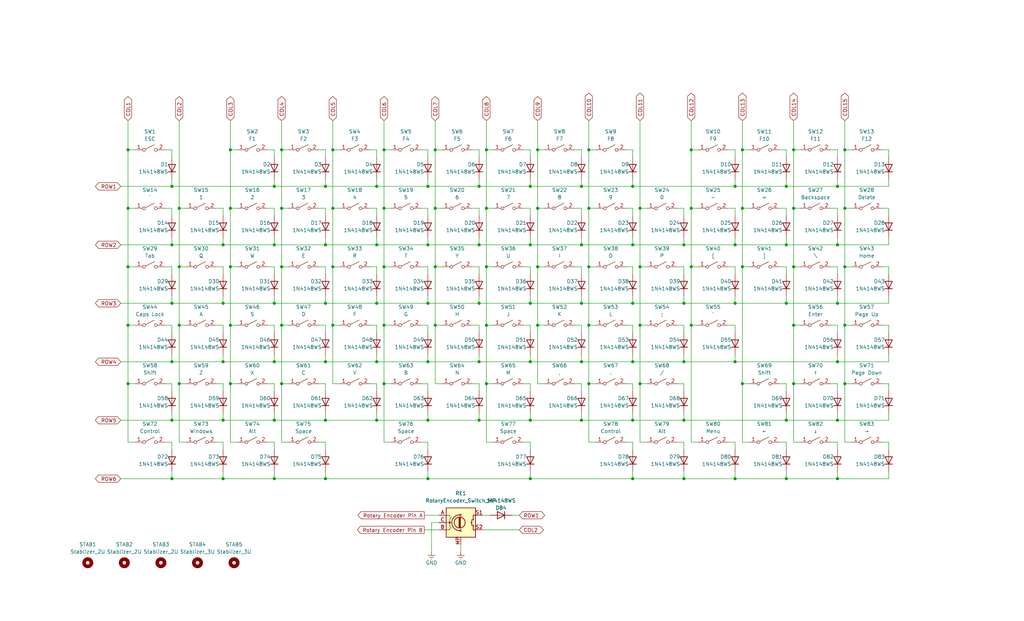
<source format=kicad_sch>
(kicad_sch (version 20231120) (generator "eeschema") (generator_version "8.0")
  (paper "USLegal")
  (junction (at 257.81 133.35))
  (junction (at 133.35 113.03))
  (junction (at 273.05 105.41))
  (junction (at 240.03 52.07))
  (junction (at 237.49 105.41))
  (junction (at 257.81 92.71))
  (junction (at 255.27 125.73))
  (junction (at 204.47 92.71))
  (junction (at 222.25 72.39))
  (junction (at 222.25 133.35))
  (junction (at 290.83 166.37))
  (junction (at 166.37 146.05))
  (junction (at 290.83 85.09))
  (junction (at 204.47 52.07))
  (junction (at 59.69 85.09))
  (junction (at 59.69 125.73))
  (junction (at 113.03 166.37))
  (junction (at 77.47 125.73))
  (junction (at 184.15 105.41))
  (junction (at 186.69 92.71))
  (junction (at 62.23 72.39))
  (junction (at 151.13 72.39))
  (junction (at 44.45 113.03))
  (junction (at 273.05 64.77))
  (junction (at 113.03 146.05))
  (junction (at 97.79 72.39))
  (junction (at 275.59 92.71))
  (junction (at 293.37 133.35))
  (junction (at 168.91 52.07))
  (junction (at 95.25 125.73))
  (junction (at 148.59 85.09))
  (junction (at 293.37 52.07))
  (junction (at 113.03 125.73))
  (junction (at 186.69 113.03))
  (junction (at 290.83 105.41))
  (junction (at 133.35 52.07))
  (junction (at 240.03 113.03))
  (junction (at 168.91 133.35))
  (junction (at 166.37 64.77))
  (junction (at 219.71 64.77))
  (junction (at 184.15 125.73))
  (junction (at 293.37 113.03))
  (junction (at 77.47 166.37))
  (junction (at 133.35 133.35))
  (junction (at 113.03 105.41))
  (junction (at 62.23 113.03))
  (junction (at 222.25 113.03))
  (junction (at 166.37 125.73))
  (junction (at 201.93 125.73))
  (junction (at 130.81 146.05))
  (junction (at 184.15 166.37))
  (junction (at 148.59 105.41))
  (junction (at 95.25 64.77))
  (junction (at 44.45 92.71))
  (junction (at 133.35 92.71))
  (junction (at 59.69 105.41))
  (junction (at 222.25 92.71))
  (junction (at 219.71 125.73))
  (junction (at 44.45 72.39))
  (junction (at 166.37 85.09))
  (junction (at 275.59 133.35))
  (junction (at 237.49 166.37))
  (junction (at 148.59 125.73))
  (junction (at 151.13 52.07))
  (junction (at 151.13 92.71))
  (junction (at 133.35 72.39))
  (junction (at 255.27 166.37))
  (junction (at 186.69 72.39))
  (junction (at 97.79 133.35))
  (junction (at 168.91 72.39))
  (junction (at 255.27 85.09))
  (junction (at 44.45 133.35))
  (junction (at 115.57 52.07))
  (junction (at 80.01 92.71))
  (junction (at 290.83 125.73))
  (junction (at 237.49 85.09))
  (junction (at 275.59 113.03))
  (junction (at 80.01 133.35))
  (junction (at 184.15 146.05))
  (junction (at 95.25 105.41))
  (junction (at 184.15 64.77))
  (junction (at 204.47 72.39))
  (junction (at 275.59 72.39))
  (junction (at 115.57 72.39))
  (junction (at 97.79 92.71))
  (junction (at 219.71 85.09))
  (junction (at 240.03 72.39))
  (junction (at 62.23 133.35))
  (junction (at 130.81 125.73))
  (junction (at 77.47 105.41))
  (junction (at 201.93 146.05))
  (junction (at 255.27 64.77))
  (junction (at 168.91 113.03))
  (junction (at 219.71 146.05))
  (junction (at 186.69 52.07))
  (junction (at 95.25 166.37))
  (junction (at 219.71 166.37))
  (junction (at 59.69 166.37))
  (junction (at 290.83 64.77))
  (junction (at 80.01 72.39))
  (junction (at 219.71 105.41))
  (junction (at 113.03 64.77))
  (junction (at 204.47 113.03))
  (junction (at 115.57 113.03))
  (junction (at 130.81 85.09))
  (junction (at 148.59 64.77))
  (junction (at 257.81 52.07))
  (junction (at 237.49 146.05))
  (junction (at 201.93 105.41))
  (junction (at 77.47 85.09))
  (junction (at 184.15 85.09))
  (junction (at 130.81 64.77))
  (junction (at 204.47 133.35))
  (junction (at 290.83 146.05))
  (junction (at 151.13 113.03))
  (junction (at 115.57 92.71))
  (junction (at 59.69 64.77))
  (junction (at 275.59 52.07))
  (junction (at 95.25 85.09))
  (junction (at 80.01 52.07))
  (junction (at 201.93 85.09))
  (junction (at 201.93 64.77))
  (junction (at 273.05 166.37))
  (junction (at 97.79 52.07))
  (junction (at 59.69 146.05))
  (junction (at 168.91 92.71))
  (junction (at 237.49 125.73))
  (junction (at 273.05 146.05))
  (junction (at 77.47 146.05))
  (junction (at 130.81 105.41))
  (junction (at 293.37 72.39))
  (junction (at 62.23 92.71))
  (junction (at 166.37 105.41))
  (junction (at 255.27 105.41))
  (junction (at 240.03 92.71))
  (junction (at 148.59 166.37))
  (junction (at 257.81 72.39))
  (junction (at 44.45 52.07))
  (junction (at 95.25 146.05))
  (junction (at 97.79 113.03))
  (junction (at 113.03 85.09))
  (junction (at 273.05 85.09))
  (junction (at 80.01 113.03))
  (junction (at 148.59 146.05))
  (junction (at 293.37 92.71))
  (wire (pts (xy 273.05 143.51) (xy 273.05 146.05)))
  (wire (pts (xy 113.03 143.51) (xy 113.03 146.05)))
  (wire (pts (xy 278.13 72.39) (xy 275.59 72.39)))
  (wire (pts (xy 110.49 113.03) (xy 113.03 113.03)))
  (wire (pts (xy 163.83 52.07) (xy 166.37 52.07)))
  (wire (pts (xy 199.39 92.71) (xy 201.93 92.71)))
  (wire (pts (xy 82.55 72.39) (xy 80.01 72.39)))
  (wire (pts (xy 184.15 125.73) (xy 201.93 125.73)))
  (wire (pts (xy 148.59 105.41) (xy 166.37 105.41)))
  (wire (pts (xy 184.15 85.09) (xy 201.93 85.09)))
  (wire (pts (xy 181.61 113.03) (xy 184.15 113.03)))
  (wire (pts (xy 130.81 72.39) (xy 130.81 74.93)))
  (wire (pts (xy 219.71 105.41) (xy 237.49 105.41)))
  (wire (pts (xy 59.69 133.35) (xy 59.69 135.89)))
  (wire (pts (xy 255.27 163.83) (xy 255.27 166.37)))
  (wire (pts (xy 255.27 72.39) (xy 255.27 74.93)))
  (wire (pts (xy 290.83 133.35) (xy 290.83 135.89)))
  (wire (pts (xy 184.15 123.19) (xy 184.15 125.73)))
  (wire (pts (xy 288.29 133.35) (xy 290.83 133.35)))
  (wire (pts (xy 92.71 72.39) (xy 95.25 72.39)))
  (wire (pts (xy 255.27 105.41) (xy 273.05 105.41)))
  (wire (pts (xy 146.05 133.35) (xy 148.59 133.35)))
  (wire (pts (xy 118.11 72.39) (xy 115.57 72.39)))
  (wire (pts (xy 186.69 113.03) (xy 186.69 133.35)))
  (wire (pts (xy 74.93 92.71) (xy 77.47 92.71)))
  (wire (pts (xy 273.05 153.67) (xy 273.05 156.21)))
  (wire (pts (xy 171.45 133.35) (xy 168.91 133.35)))
  (wire (pts (xy 201.93 52.07) (xy 201.93 54.61)))
  (wire (pts (xy 74.93 113.03) (xy 77.47 113.03)))
  (wire (pts (xy 80.01 41.91) (xy 80.01 52.07)))
  (wire (pts (xy 184.15 72.39) (xy 184.15 74.93)))
  (wire (pts (xy 222.25 41.91) (xy 222.25 72.39)))
  (wire (pts (xy 133.35 113.03) (xy 133.35 133.35)))
  (wire (pts (xy 95.25 153.67) (xy 95.25 156.21)))
  (wire (pts (xy 255.27 52.07) (xy 255.27 54.61)))
  (wire (pts (xy 74.93 133.35) (xy 77.47 133.35)))
  (wire (pts (xy 242.57 113.03) (xy 240.03 113.03)))
  (wire (pts (xy 133.35 72.39) (xy 133.35 92.71)))
  (wire (pts (xy 115.57 72.39) (xy 115.57 92.71)))
  (wire (pts (xy 113.03 153.67) (xy 113.03 156.21)))
  (wire (pts (xy 148.59 64.77) (xy 166.37 64.77)))
  (wire (pts (xy 308.61 102.87) (xy 308.61 105.41)))
  (wire (pts (xy 184.15 92.71) (xy 184.15 95.25)))
  (wire (pts (xy 97.79 92.71) (xy 97.79 113.03)))
  (wire (pts (xy 167.64 179.07) (xy 170.18 179.07)))
  (wire (pts (xy 148.59 123.19) (xy 148.59 125.73)))
  (wire (pts (xy 288.29 72.39) (xy 290.83 72.39)))
  (wire (pts (xy 201.93 105.41) (xy 219.71 105.41)))
  (wire (pts (xy 95.25 85.09) (xy 113.03 85.09)))
  (wire (pts (xy 204.47 133.35) (xy 204.47 153.67)))
  (wire (pts (xy 77.47 105.41) (xy 95.25 105.41)))
  (wire (pts (xy 77.47 143.51) (xy 77.47 146.05)))
  (wire (pts (xy 80.01 133.35) (xy 80.01 153.67)))
  (wire (pts (xy 308.61 133.35) (xy 308.61 135.89)))
  (wire (pts (xy 234.95 72.39) (xy 237.49 72.39)))
  (wire (pts (xy 113.03 102.87) (xy 113.03 105.41)))
  (wire (pts (xy 275.59 92.71) (xy 275.59 113.03)))
  (wire (pts (xy 80.01 92.71) (xy 80.01 113.03)))
  (wire (pts (xy 153.67 52.07) (xy 151.13 52.07)))
  (wire (pts (xy 110.49 153.67) (xy 113.03 153.67)))
  (wire (pts (xy 219.71 166.37) (xy 237.49 166.37)))
  (wire (pts (xy 59.69 52.07) (xy 59.69 54.61)))
  (wire (pts (xy 133.35 133.35) (xy 133.35 153.67)))
  (wire (pts (xy 41.91 85.09) (xy 59.69 85.09)))
  (wire (pts (xy 237.49 143.51) (xy 237.49 146.05)))
  (wire (pts (xy 92.71 113.03) (xy 95.25 113.03)))
  (wire (pts (xy 273.05 62.23) (xy 273.05 64.77)))
  (wire (pts (xy 252.73 92.71) (xy 255.27 92.71)))
  (wire (pts (xy 147.32 179.07) (xy 152.4 179.07)))
  (wire (pts (xy 189.23 133.35) (xy 186.69 133.35)))
  (wire (pts (xy 255.27 64.77) (xy 273.05 64.77)))
  (wire (pts (xy 57.15 72.39) (xy 59.69 72.39)))
  (wire (pts (xy 77.47 166.37) (xy 95.25 166.37)))
  (wire (pts (xy 290.83 105.41) (xy 308.61 105.41)))
  (wire (pts (xy 46.99 92.71) (xy 44.45 92.71)))
  (wire (pts (xy 115.57 92.71) (xy 115.57 113.03)))
  (wire (pts (xy 201.93 113.03) (xy 201.93 115.57)))
  (wire (pts (xy 113.03 72.39) (xy 113.03 74.93)))
  (wire (pts (xy 148.59 113.03) (xy 148.59 115.57)))
  (wire (pts (xy 62.23 72.39) (xy 62.23 92.71)))
  (wire (pts (xy 64.77 72.39) (xy 62.23 72.39)))
  (wire (pts (xy 252.73 113.03) (xy 255.27 113.03)))
  (wire (pts (xy 62.23 113.03) (xy 62.23 133.35)))
  (wire (pts (xy 237.49 92.71) (xy 237.49 95.25)))
  (wire (pts (xy 135.89 153.67) (xy 133.35 153.67)))
  (wire (pts (xy 130.81 125.73) (xy 148.59 125.73)))
  (wire (pts (xy 234.95 153.67) (xy 237.49 153.67)))
  (wire (pts (xy 273.05 64.77) (xy 290.83 64.77)))
  (wire (pts (xy 257.81 72.39) (xy 257.81 92.71)))
  (wire (pts (xy 306.07 72.39) (xy 308.61 72.39)))
  (wire (pts (xy 260.35 52.07) (xy 257.81 52.07)))
  (wire (pts (xy 95.25 64.77) (xy 113.03 64.77)))
  (wire (pts (xy 110.49 72.39) (xy 113.03 72.39)))
  (wire (pts (xy 148.59 153.67) (xy 148.59 156.21)))
  (wire (pts (xy 240.03 52.07) (xy 240.03 72.39)))
  (wire (pts (xy 59.69 82.55) (xy 59.69 85.09)))
  (wire (pts (xy 59.69 143.51) (xy 59.69 146.05)))
  (wire (pts (xy 44.45 133.35) (xy 44.45 153.67)))
  (wire (pts (xy 146.05 72.39) (xy 148.59 72.39)))
  (wire (pts (xy 59.69 125.73) (xy 77.47 125.73)))
  (wire (pts (xy 95.25 72.39) (xy 95.25 74.93)))
  (wire (pts (xy 110.49 133.35) (xy 113.03 133.35)))
  (wire (pts (xy 184.15 163.83) (xy 184.15 166.37)))
  (wire (pts (xy 46.99 153.67) (xy 44.45 153.67)))
  (wire (pts (xy 222.25 133.35) (xy 222.25 153.67)))
  (wire (pts (xy 80.01 72.39) (xy 80.01 92.71)))
  (wire (pts (xy 295.91 72.39) (xy 293.37 72.39)))
  (wire (pts (xy 234.95 113.03) (xy 237.49 113.03)))
  (wire (pts (xy 148.59 125.73) (xy 166.37 125.73)))
  (wire (pts (xy 59.69 166.37) (xy 77.47 166.37)))
  (wire (pts (xy 77.47 163.83) (xy 77.47 166.37)))
  (wire (pts (xy 130.81 102.87) (xy 130.81 105.41)))
  (wire (pts (xy 219.71 102.87) (xy 219.71 105.41)))
  (wire (pts (xy 95.25 105.41) (xy 113.03 105.41)))
  (wire (pts (xy 237.49 113.03) (xy 237.49 115.57)))
  (wire (pts (xy 59.69 113.03) (xy 59.69 115.57)))
  (wire (pts (xy 224.79 133.35) (xy 222.25 133.35)))
  (wire (pts (xy 166.37 72.39) (xy 166.37 74.93)))
  (wire (pts (xy 270.51 133.35) (xy 273.05 133.35)))
  (wire (pts (xy 184.15 143.51) (xy 184.15 146.05)))
  (wire (pts (xy 217.17 92.71) (xy 219.71 92.71)))
  (wire (pts (xy 135.89 72.39) (xy 133.35 72.39)))
  (wire (pts (xy 308.61 123.19) (xy 308.61 125.73)))
  (wire (pts (xy 290.83 123.19) (xy 290.83 125.73)))
  (wire (pts (xy 189.23 52.07) (xy 186.69 52.07)))
  (wire (pts (xy 273.05 105.41) (xy 290.83 105.41)))
  (wire (pts (xy 152.4 181.61) (xy 149.86 181.61)))
  (wire (pts (xy 217.17 133.35) (xy 219.71 133.35)))
  (wire (pts (xy 290.83 62.23) (xy 290.83 64.77)))
  (wire (pts (xy 204.47 41.91) (xy 204.47 52.07)))
  (wire (pts (xy 290.83 153.67) (xy 290.83 156.21)))
  (wire (pts (xy 252.73 153.67) (xy 255.27 153.67)))
  (wire (pts (xy 278.13 92.71) (xy 275.59 92.71)))
  (wire (pts (xy 308.61 52.07) (xy 308.61 54.61)))
  (wire (pts (xy 130.81 64.77) (xy 148.59 64.77)))
  (wire (pts (xy 181.61 72.39) (xy 184.15 72.39)))
  (wire (pts (xy 64.77 153.67) (xy 62.23 153.67)))
  (wire (pts (xy 234.95 133.35) (xy 237.49 133.35)))
  (wire (pts (xy 290.83 113.03) (xy 290.83 115.57)))
  (wire (pts (xy 97.79 72.39) (xy 97.79 92.71)))
  (wire (pts (xy 44.45 52.07) (xy 44.45 72.39)))
  (wire (pts (xy 290.83 102.87) (xy 290.83 105.41)))
  (wire (pts (xy 293.37 133.35) (xy 293.37 153.67)))
  (wire (pts (xy 255.27 82.55) (xy 255.27 85.09)))
  (wire (pts (xy 148.59 143.51) (xy 148.59 146.05)))
  (wire (pts (xy 113.03 125.73) (xy 130.81 125.73)))
  (wire (pts (xy 115.57 113.03) (xy 115.57 133.35)))
  (wire (pts (xy 290.83 92.71) (xy 290.83 95.25)))
  (wire (pts (xy 163.83 92.71) (xy 166.37 92.71)))
  (wire (pts (xy 113.03 123.19) (xy 113.03 125.73)))
  (wire (pts (xy 64.77 113.03) (xy 62.23 113.03)))
  (wire (pts (xy 128.27 133.35) (xy 130.81 133.35)))
  (wire (pts (xy 59.69 146.05) (xy 77.47 146.05)))
  (wire (pts (xy 237.49 123.19) (xy 237.49 125.73)))
  (wire (pts (xy 186.69 92.71) (xy 186.69 113.03)))
  (wire (pts (xy 130.81 113.03) (xy 130.81 115.57)))
  (wire (pts (xy 168.91 41.91) (xy 168.91 52.07)))
  (wire (pts (xy 166.37 125.73) (xy 184.15 125.73)))
  (wire (pts (xy 59.69 72.39) (xy 59.69 74.93)))
  (wire (pts (xy 219.71 123.19) (xy 219.71 125.73)))
  (wire (pts (xy 148.59 166.37) (xy 184.15 166.37)))
  (wire (pts (xy 59.69 123.19) (xy 59.69 125.73)))
  (wire (pts (xy 148.59 82.55) (xy 148.59 85.09)))
  (wire (pts (xy 290.83 125.73) (xy 308.61 125.73)))
  (wire (pts (xy 77.47 72.39) (xy 77.47 74.93)))
  (wire (pts (xy 290.83 146.05) (xy 308.61 146.05)))
  (wire (pts (xy 237.49 163.83) (xy 237.49 166.37)))
  (wire (pts (xy 184.15 105.41) (xy 201.93 105.41)))
  (wire (pts (xy 44.45 113.03) (xy 44.45 133.35)))
  (wire (pts (xy 252.73 72.39) (xy 255.27 72.39)))
  (wire (pts (xy 130.81 105.41) (xy 148.59 105.41)))
  (wire (pts (xy 181.61 153.67) (xy 184.15 153.67)))
  (wire (pts (xy 293.37 92.71) (xy 293.37 113.03)))
  (wire (pts (xy 222.25 92.71) (xy 222.25 113.03)))
  (wire (pts (xy 41.91 64.77) (xy 59.69 64.77)))
  (wire (pts (xy 113.03 52.07) (xy 113.03 54.61)))
  (wire (pts (xy 95.25 82.55) (xy 95.25 85.09)))
  (wire (pts (xy 184.15 102.87) (xy 184.15 105.41)))
  (wire (pts (xy 189.23 92.71) (xy 186.69 92.71)))
  (wire (pts (xy 293.37 72.39) (xy 293.37 92.71)))
  (wire (pts (xy 149.86 181.61) (xy 149.86 191.77)))
  (wire (pts (xy 217.17 52.07) (xy 219.71 52.07)))
  (wire (pts (xy 146.05 92.71) (xy 148.59 92.71)))
  (wire (pts (xy 255.27 166.37) (xy 273.05 166.37)))
  (wire (pts (xy 44.45 41.91) (xy 44.45 52.07)))
  (wire (pts (xy 59.69 92.71) (xy 59.69 95.25)))
  (wire (pts (xy 242.57 72.39) (xy 240.03 72.39)))
  (wire (pts (xy 242.57 52.07) (xy 240.03 52.07)))
  (wire (pts (xy 59.69 105.41) (xy 77.47 105.41)))
  (wire (pts (xy 201.93 102.87) (xy 201.93 105.41)))
  (wire (pts (xy 168.91 113.03) (xy 168.91 133.35)))
  (wire (pts (xy 290.83 82.55) (xy 290.83 85.09)))
  (wire (pts (xy 95.25 146.05) (xy 113.03 146.05)))
  (wire (pts (xy 224.79 92.71) (xy 222.25 92.71)))
  (wire (pts (xy 288.29 113.03) (xy 290.83 113.03)))
  (wire (pts (xy 153.67 72.39) (xy 151.13 72.39)))
  (wire (pts (xy 166.37 85.09) (xy 184.15 85.09)))
  (wire (pts (xy 151.13 52.07) (xy 151.13 72.39)))
  (wire (pts (xy 153.67 92.71) (xy 151.13 92.71)))
  (wire (pts (xy 166.37 133.35) (xy 166.37 135.89)))
  (wire (pts (xy 237.49 133.35) (xy 237.49 135.89)))
  (wire (pts (xy 77.47 82.55) (xy 77.47 85.09)))
  (wire (pts (xy 260.35 133.35) (xy 257.81 133.35)))
  (wire (pts (xy 224.79 113.03) (xy 222.25 113.03)))
  (wire (pts (xy 135.89 52.07) (xy 133.35 52.07)))
  (wire (pts (xy 257.81 41.91) (xy 257.81 52.07)))
  (wire (pts (xy 171.45 153.67) (xy 168.91 153.67)))
  (wire (pts (xy 184.15 62.23) (xy 184.15 64.77)))
  (wire (pts (xy 95.25 163.83) (xy 95.25 166.37)))
  (wire (pts (xy 77.47 133.35) (xy 77.47 135.89)))
  (wire (pts (xy 273.05 85.09) (xy 290.83 85.09)))
  (wire (pts (xy 270.51 92.71) (xy 273.05 92.71)))
  (wire (pts (xy 82.55 52.07) (xy 80.01 52.07)))
  (wire (pts (xy 113.03 163.83) (xy 113.03 166.37)))
  (wire (pts (xy 207.01 113.03) (xy 204.47 113.03)))
  (wire (pts (xy 201.93 125.73) (xy 219.71 125.73)))
  (wire (pts (xy 59.69 62.23) (xy 59.69 64.77)))
  (wire (pts (xy 166.37 62.23) (xy 166.37 64.77)))
  (wire (pts (xy 113.03 62.23) (xy 113.03 64.77)))
  (wire (pts (xy 113.03 82.55) (xy 113.03 85.09)))
  (wire (pts (xy 290.83 85.09) (xy 308.61 85.09)))
  (wire (pts (xy 201.93 82.55) (xy 201.93 85.09)))
  (wire (pts (xy 273.05 82.55) (xy 273.05 85.09)))
  (wire (pts (xy 110.49 52.07) (xy 113.03 52.07)))
  (wire (pts (xy 57.15 153.67) (xy 59.69 153.67)))
  (wire (pts (xy 92.71 92.71) (xy 95.25 92.71)))
  (wire (pts (xy 59.69 153.67) (xy 59.69 156.21)))
  (wire (pts (xy 275.59 41.91) (xy 275.59 52.07)))
  (wire (pts (xy 133.35 92.71) (xy 133.35 113.03)))
  (wire (pts (xy 308.61 72.39) (xy 308.61 74.93)))
  (wire (pts (xy 240.03 92.71) (xy 240.03 113.03)))
  (wire (pts (xy 118.11 92.71) (xy 115.57 92.71)))
  (wire (pts (xy 113.03 133.35) (xy 113.03 135.89)))
  (wire (pts (xy 290.83 166.37) (xy 308.61 166.37)))
  (wire (pts (xy 130.81 52.07) (xy 130.81 54.61)))
  (wire (pts (xy 255.27 85.09) (xy 273.05 85.09)))
  (wire (pts (xy 148.59 133.35) (xy 148.59 135.89)))
  (wire (pts (xy 255.27 62.23) (xy 255.27 64.77)))
  (wire (pts (xy 295.91 133.35) (xy 293.37 133.35)))
  (wire (pts (xy 113.03 166.37) (xy 148.59 166.37)))
  (wire (pts (xy 290.83 64.77) (xy 308.61 64.77)))
  (wire (pts (xy 168.91 52.07) (xy 168.91 72.39)))
  (wire (pts (xy 113.03 146.05) (xy 130.81 146.05)))
  (wire (pts (xy 273.05 92.71) (xy 273.05 95.25)))
  (wire (pts (xy 163.83 113.03) (xy 166.37 113.03)))
  (wire (pts (xy 252.73 52.07) (xy 255.27 52.07)))
  (wire (pts (xy 207.01 92.71) (xy 204.47 92.71)))
  (wire (pts (xy 275.59 133.35) (xy 275.59 153.67)))
  (wire (pts (xy 270.51 153.67) (xy 273.05 153.67)))
  (wire (pts (xy 95.25 92.71) (xy 95.25 95.25)))
  (wire (pts (xy 290.83 163.83) (xy 290.83 166.37)))
  (wire (pts (xy 288.29 92.71) (xy 290.83 92.71)))
  (wire (pts (xy 184.15 113.03) (xy 184.15 115.57)))
  (wire (pts (xy 240.03 113.03) (xy 240.03 153.67)))
  (wire (pts (xy 168.91 72.39) (xy 168.91 92.71)))
  (wire (pts (xy 95.25 113.03) (xy 95.25 115.57)))
  (wire (pts (xy 257.81 133.35) (xy 257.81 153.67)))
  (wire (pts (xy 306.07 113.03) (xy 308.61 113.03)))
  (wire (pts (xy 163.83 72.39) (xy 166.37 72.39)))
  (wire (pts (xy 255.27 153.67) (xy 255.27 156.21)))
  (wire (pts (xy 151.13 113.03) (xy 151.13 133.35)))
  (wire (pts (xy 80.01 113.03) (xy 80.01 133.35)))
  (wire (pts (xy 217.17 113.03) (xy 219.71 113.03)))
  (wire (pts (xy 128.27 113.03) (xy 130.81 113.03)))
  (wire (pts (xy 204.47 92.71) (xy 204.47 113.03)))
  (wire (pts (xy 166.37 102.87) (xy 166.37 105.41)))
  (wire (pts (xy 100.33 133.35) (xy 97.79 133.35)))
  (wire (pts (xy 293.37 52.07) (xy 293.37 72.39)))
  (wire (pts (xy 166.37 92.71) (xy 166.37 95.25)))
  (wire (pts (xy 295.91 92.71) (xy 293.37 92.71)))
  (wire (pts (xy 255.27 113.03) (xy 255.27 115.57)))
  (wire (pts (xy 270.51 52.07) (xy 273.05 52.07)))
  (wire (pts (xy 184.15 166.37) (xy 219.71 166.37)))
  (wire (pts (xy 201.93 85.09) (xy 219.71 85.09)))
  (wire (pts (xy 207.01 133.35) (xy 204.47 133.35)))
  (wire (pts (xy 153.67 133.35) (xy 151.13 133.35)))
  (wire (pts (xy 295.91 52.07) (xy 293.37 52.07)))
  (wire (pts (xy 237.49 102.87) (xy 237.49 105.41)))
  (wire (pts (xy 64.77 133.35) (xy 62.23 133.35)))
  (wire (pts (xy 219.71 113.03) (xy 219.71 115.57)))
  (wire (pts (xy 77.47 153.67) (xy 77.47 156.21)))
  (wire (pts (xy 41.91 146.05) (xy 59.69 146.05)))
  (wire (pts (xy 184.15 52.07) (xy 184.15 54.61)))
  (wire (pts (xy 293.37 113.03) (xy 293.37 133.35)))
  (wire (pts (xy 113.03 113.03) (xy 113.03 115.57)))
  (wire (pts (xy 219.71 163.83) (xy 219.71 166.37)))
  (wire (pts (xy 41.91 166.37) (xy 59.69 166.37)))
  (wire (pts (xy 148.59 72.39) (xy 148.59 74.93)))
  (wire (pts (xy 166.37 64.77) (xy 184.15 64.77)))
  (wire (pts (xy 146.05 52.07) (xy 148.59 52.07)))
  (wire (pts (xy 189.23 113.03) (xy 186.69 113.03)))
  (wire (pts (xy 97.79 133.35) (xy 97.79 153.67)))
  (wire (pts (xy 77.47 92.71) (xy 77.47 95.25)))
  (wire (pts (xy 148.59 102.87) (xy 148.59 105.41)))
  (wire (pts (xy 57.15 113.03) (xy 59.69 113.03)))
  (wire (pts (xy 219.71 125.73) (xy 237.49 125.73)))
  (wire (pts (xy 82.55 92.71) (xy 80.01 92.71)))
  (wire (pts (xy 237.49 72.39) (xy 237.49 74.93)))
  (wire (pts (xy 130.81 133.35) (xy 130.81 135.89)))
  (wire (pts (xy 100.33 113.03) (xy 97.79 113.03)))
  (wire (pts (xy 95.25 123.19) (xy 95.25 125.73)))
  (wire (pts (xy 184.15 133.35) (xy 184.15 135.89)))
  (wire (pts (xy 92.71 153.67) (xy 95.25 153.67)))
  (wire (pts (xy 168.91 92.71) (xy 168.91 113.03)))
  (wire (pts (xy 128.27 52.07) (xy 130.81 52.07)))
  (wire (pts (xy 308.61 62.23) (xy 308.61 64.77)))
  (wire (pts (xy 80.01 52.07) (xy 80.01 72.39)))
  (wire (pts (xy 278.13 113.03) (xy 275.59 113.03)))
  (wire (pts (xy 133.35 41.91) (xy 133.35 52.07)))
  (wire (pts (xy 148.59 62.23) (xy 148.59 64.77)))
  (wire (pts (xy 41.91 125.73) (xy 59.69 125.73)))
  (wire (pts (xy 240.03 41.91) (xy 240.03 52.07)))
  (wire (pts (xy 257.81 92.71) (xy 257.81 133.35)))
  (wire (pts (xy 59.69 102.87) (xy 59.69 105.41)))
  (wire (pts (xy 222.25 72.39) (xy 222.25 92.71)))
  (wire (pts (xy 306.07 133.35) (xy 308.61 133.35)))
  (wire (pts (xy 184.15 153.67) (xy 184.15 156.21)))
  (wire (pts (xy 201.93 72.39) (xy 201.93 74.93)))
  (wire (pts (xy 130.81 92.71) (xy 130.81 95.25)))
  (wire (pts (xy 273.05 72.39) (xy 273.05 74.93)))
  (wire (pts (xy 199.39 72.39) (xy 201.93 72.39)))
  (wire (pts (xy 273.05 102.87) (xy 273.05 105.41)))
  (wire (pts (xy 171.45 72.39) (xy 168.91 72.39)))
  (wire (pts (xy 77.47 85.09) (xy 95.25 85.09)))
  (wire (pts (xy 278.13 52.07) (xy 275.59 52.07)))
  (wire (pts (xy 95.25 166.37) (xy 113.03 166.37)))
  (wire (pts (xy 130.81 85.09) (xy 148.59 85.09)))
  (wire (pts (xy 77.47 123.19) (xy 77.47 125.73)))
  (wire (pts (xy 242.57 153.67) (xy 240.03 153.67)))
  (wire (pts (xy 82.55 113.03) (xy 80.01 113.03)))
  (wire (pts (xy 255.27 125.73) (xy 290.83 125.73)))
  (wire (pts (xy 166.37 123.19) (xy 166.37 125.73)))
  (wire (pts (xy 118.11 133.35) (xy 115.57 133.35)))
  (wire (pts (xy 219.71 153.67) (xy 219.71 156.21)))
  (wire (pts (xy 273.05 146.05) (xy 290.83 146.05)))
  (wire (pts (xy 148.59 146.05) (xy 166.37 146.05)))
  (wire (pts (xy 95.25 52.07) (xy 95.25 54.61)))
  (wire (pts (xy 219.71 133.35) (xy 219.71 135.89)))
  (wire (pts (xy 201.93 133.35) (xy 201.93 135.89)))
  (wire (pts (xy 184.15 82.55) (xy 184.15 85.09)))
  (wire (pts (xy 177.8 179.07) (xy 180.34 179.07)))
  (wire (pts (xy 146.05 153.67) (xy 148.59 153.67)))
  (wire (pts (xy 222.25 113.03) (xy 222.25 133.35)))
  (wire (pts (xy 95.25 125.73) (xy 113.03 125.73)))
  (wire (pts (xy 207.01 52.07) (xy 204.47 52.07)))
  (wire (pts (xy 95.25 133.35) (xy 95.25 135.89)))
  (wire (pts (xy 133.35 52.07) (xy 133.35 72.39)))
  (wire (pts (xy 217.17 72.39) (xy 219.71 72.39)))
  (wire (pts (xy 273.05 133.35) (xy 273.05 135.89)))
  (wire (pts (xy 148.59 85.09) (xy 166.37 85.09)))
  (wire (pts (xy 135.89 113.03) (xy 133.35 113.03)))
  (wire (pts (xy 82.55 153.67) (xy 80.01 153.67)))
  (wire (pts (xy 151.13 92.71) (xy 151.13 113.03)))
  (wire (pts (xy 275.59 52.07) (xy 275.59 72.39)))
  (wire (pts (xy 219.71 143.51) (xy 219.71 146.05)))
  (wire (pts (xy 82.55 133.35) (xy 80.01 133.35)))
  (wire (pts (xy 160.02 189.23) (xy 160.02 191.77)))
  (wire (pts (xy 113.03 92.71) (xy 113.03 95.25)))
  (wire (pts (xy 166.37 52.07) (xy 166.37 54.61)))
  (wire (pts (xy 130.81 143.51) (xy 130.81 146.05)))
  (wire (pts (xy 46.99 52.07) (xy 44.45 52.07)))
  (wire (pts (xy 59.69 163.83) (xy 59.69 166.37)))
  (wire (pts (xy 97.79 113.03) (xy 97.79 133.35)))
  (wire (pts (xy 100.33 153.67) (xy 97.79 153.67)))
  (wire (pts (xy 240.03 72.39) (xy 240.03 92.71)))
  (wire (pts (xy 41.91 105.41) (xy 59.69 105.41)))
  (wire (pts (xy 255.27 123.19) (xy 255.27 125.73)))
  (wire (pts (xy 148.59 92.71) (xy 148.59 95.25)))
  (wire (pts (xy 204.47 72.39) (xy 204.47 92.71)))
  (wire (pts (xy 308.61 82.55) (xy 308.61 85.09)))
  (wire (pts (xy 199.39 52.07) (xy 201.93 52.07)))
  (wire (pts (xy 74.93 72.39) (xy 77.47 72.39)))
  (wire (pts (xy 130.81 82.55) (xy 130.81 85.09)))
  (wire (pts (xy 290.83 72.39) (xy 290.83 74.93)))
  (wire (pts (xy 224.79 153.67) (xy 222.25 153.67)))
  (wire (pts (xy 130.81 146.05) (xy 148.59 146.05)))
  (wire (pts (xy 59.69 85.09) (xy 77.47 85.09)))
  (wire (pts (xy 234.95 92.71) (xy 237.49 92.71)))
  (wire (pts (xy 166.37 143.51) (xy 166.37 146.05)))
  (wire (pts (xy 201.93 62.23) (xy 201.93 64.77)))
  (wire (pts (xy 77.47 125.73) (xy 95.25 125.73)))
  (wire (pts (xy 273.05 166.37) (xy 290.83 166.37)))
  (wire (pts (xy 207.01 72.39) (xy 204.47 72.39)))
  (wire (pts (xy 46.99 133.35) (xy 44.45 133.35)))
  (wire (pts (xy 201.93 146.05) (xy 219.71 146.05)))
  (wire (pts (xy 147.32 184.15) (xy 152.4 184.15)))
  (wire (pts (xy 171.45 92.71) (xy 168.91 92.71)))
  (wire (pts (xy 207.01 153.67) (xy 204.47 153.67)))
  (wire (pts (xy 166.37 146.05) (xy 184.15 146.05)))
  (wire (pts (xy 288.29 153.67) (xy 290.83 153.67)))
  (wire (pts (xy 295.91 153.67) (xy 293.37 153.67)))
  (wire (pts (xy 255.27 92.71) (xy 255.27 95.25)))
  (wire (pts (xy 163.83 133.35) (xy 166.37 133.35)))
  (wire (pts (xy 181.61 92.71) (xy 184.15 92.71)))
  (wire (pts (xy 135.89 92.71) (xy 133.35 92.71)))
  (wire (pts (xy 237.49 125.73) (xy 255.27 125.73)))
  (wire (pts (xy 171.45 113.03) (xy 168.91 113.03)))
  (wire (pts (xy 237.49 85.09) (xy 255.27 85.09)))
  (wire (pts (xy 217.17 153.67) (xy 219.71 153.67)))
  (wire (pts (xy 219.71 72.39) (xy 219.71 74.93)))
  (wire (pts (xy 77.47 146.05) (xy 95.25 146.05)))
  (wire (pts (xy 59.69 64.77) (xy 95.25 64.77)))
  (wire (pts (xy 308.61 113.03) (xy 308.61 115.57)))
  (wire (pts (xy 62.23 41.91) (xy 62.23 72.39)))
  (wire (pts (xy 308.61 143.51) (xy 308.61 146.05)))
  (wire (pts (xy 168.91 133.35) (xy 168.91 153.67)))
  (wire (pts (xy 135.89 133.35) (xy 133.35 133.35)))
  (wire (pts (xy 44.45 72.39) (xy 44.45 92.71)))
  (wire (pts (xy 201.93 123.19) (xy 201.93 125.73)))
  (wire (pts (xy 113.03 105.41) (xy 130.81 105.41)))
  (wire (pts (xy 186.69 52.07) (xy 186.69 72.39)))
  (wire (pts (xy 189.23 72.39) (xy 186.69 72.39)))
  (wire (pts (xy 110.49 92.71) (xy 113.03 92.71)))
  (wire (pts (xy 167.64 184.15) (xy 180.34 184.15)))
  (wire (pts (xy 306.07 52.07) (xy 308.61 52.07)))
  (wire (pts (xy 118.11 52.07) (xy 115.57 52.07)))
  (wire (pts (xy 219.71 52.07) (xy 219.71 54.61)))
  (wire (pts (xy 237.49 82.55) (xy 237.49 85.09)))
  (wire (pts (xy 95.25 102.87) (xy 95.25 105.41)))
  (wire (pts (xy 237.49 146.05) (xy 273.05 146.05)))
  (wire (pts (xy 255.27 102.87) (xy 255.27 105.41)))
  (wire (pts (xy 295.91 113.03) (xy 293.37 113.03)))
  (wire (pts (xy 118.11 113.03) (xy 115.57 113.03)))
  (wire (pts (xy 128.27 72.39) (xy 130.81 72.39)))
  (wire (pts (xy 181.61 52.07) (xy 184.15 52.07)))
  (wire (pts (xy 97.79 52.07) (xy 97.79 72.39)))
  (wire (pts (xy 62.23 92.71) (xy 62.23 113.03)))
  (wire (pts (xy 219.71 82.55) (xy 219.71 85.09)))
  (wire (pts (xy 293.37 41.91) (xy 293.37 52.07)))
  (wire (pts (xy 306.07 92.71) (xy 308.61 92.71)))
  (wire (pts (xy 290.83 52.07) (xy 290.83 54.61)))
  (wire (pts (xy 146.05 113.03) (xy 148.59 113.03)))
  (wire (pts (xy 95.25 62.23) (xy 95.25 64.77)))
  (wire (pts (xy 171.45 52.07) (xy 168.91 52.07)))
  (wire (pts (xy 260.35 92.71) (xy 257.81 92.71)))
  (wire (pts (xy 100.33 92.71) (xy 97.79 92.71)))
  (wire (pts (xy 46.99 113.03) (xy 44.45 113.03)))
  (wire (pts (xy 92.71 52.07) (xy 95.25 52.07)))
  (wire (pts (xy 113.03 85.09) (xy 130.81 85.09)))
  (wire (pts (xy 186.69 72.39) (xy 186.69 92.71)))
  (wire (pts (xy 199.39 133.35) (xy 201.93 133.35)))
  (wire (pts (xy 95.25 143.51) (xy 95.25 146.05)))
  (wire (pts (xy 237.49 153.67) (xy 237.49 156.21)))
  (wire (pts (xy 219.71 85.09) (xy 237.49 85.09)))
  (wire (pts (xy 46.99 72.39) (xy 44.45 72.39)))
  (wire (pts (xy 44.45 92.71) (xy 44.45 113.03)))
  (wire (pts (xy 57.15 92.71) (xy 59.69 92.71)))
  (wire (pts (xy 186.69 41.91) (xy 186.69 52.07)))
  (wire (pts (xy 270.51 72.39) (xy 273.05 72.39)))
  (wire (pts (xy 219.71 146.05) (xy 237.49 146.05)))
  (wire (pts (xy 130.81 123.19) (xy 130.81 125.73)))
  (wire (pts (xy 181.61 133.35) (xy 184.15 133.35)))
  (wire (pts (xy 115.57 41.91) (xy 115.57 52.07)))
  (wire (pts (xy 260.35 72.39) (xy 257.81 72.39)))
  (wire (pts (xy 100.33 52.07) (xy 97.79 52.07)))
  (wire (pts (xy 74.93 153.67) (xy 77.47 153.67)))
  (wire (pts (xy 166.37 82.55) (xy 166.37 85.09)))
  (wire (pts (xy 57.15 52.07) (xy 59.69 52.07)))
  (wire (pts (xy 219.71 92.71) (xy 219.71 95.25)))
  (wire (pts (xy 275.59 113.03) (xy 275.59 133.35)))
  (wire (pts (xy 257.81 52.07) (xy 257.81 72.39)))
  (wire (pts (xy 273.05 163.83) (xy 273.05 166.37)))
  (wire (pts (xy 97.79 41.91) (xy 97.79 52.07)))
  (wire (pts (xy 278.13 153.67) (xy 275.59 153.67)))
  (wire (pts (xy 148.59 163.83) (xy 148.59 166.37)))
  (wire (pts (xy 199.39 113.03) (xy 201.93 113.03)))
  (wire (pts (xy 201.93 143.51) (xy 201.93 146.05)))
  (wire (pts (xy 128.27 92.71) (xy 130.81 92.71)))
  (wire (pts (xy 57.15 133.35) (xy 59.69 133.35)))
  (wire (pts (xy 153.67 113.03) (xy 151.13 113.03)))
  (wire (pts (xy 204.47 113.03) (xy 204.47 133.35)))
  (wire (pts (xy 219.71 62.23) (xy 219.71 64.77)))
  (wire (pts (xy 242.57 92.71) (xy 240.03 92.71)))
  (wire (pts (xy 184.15 146.05) (xy 201.93 146.05)))
  (wire (pts (xy 64.77 92.71) (xy 62.23 92.71)))
  (wire (pts (xy 260.35 153.67) (xy 257.81 153.67)))
  (wire (pts (xy 237.49 105.41) (xy 255.27 105.41)))
  (wire (pts (xy 224.79 72.39) (xy 222.25 72.39)))
  (wire (pts (xy 273.05 52.07) (xy 273.05 54.61)))
  (wire (pts (xy 237.49 166.37) (xy 255.27 166.37)))
  (wire (pts (xy 92.71 133.35) (xy 95.25 133.35)))
  (wire (pts (xy 201.93 64.77) (xy 219.71 64.77)))
  (wire (pts (xy 151.13 41.91) (xy 151.13 52.07)))
  (wire (pts (xy 100.33 72.39) (xy 97.79 72.39)))
  (wire (pts (xy 148.59 52.07) (xy 148.59 54.61)))
  (wire (pts (xy 130.81 62.23) (xy 130.81 64.77)))
  (wire (pts (xy 219.71 64.77) (xy 255.27 64.77)))
  (wire (pts (xy 201.93 92.71) (xy 201.93 95.25)))
  (wire (pts (xy 308.61 92.71) (xy 308.61 95.25)))
  (wire (pts (xy 62.23 133.35) (xy 62.23 153.67)))
  (wire (pts (xy 290.83 143.51) (xy 290.83 146.05)))
  (wire (pts (xy 115.57 52.07) (xy 115.57 72.39)))
  (wire (pts (xy 166.37 113.03) (xy 166.37 115.57)))
  (wire (pts (xy 204.47 52.07) (xy 204.47 72.39)))
  (wire (pts (xy 113.03 64.77) (xy 130.81 64.77)))
  (wire (pts (xy 306.07 153.67) (xy 308.61 153.67)))
  (wire (pts (xy 308.61 163.83) (xy 308.61 166.37)))
  (wire (pts (xy 166.37 105.41) (xy 184.15 105.41)))
  (wire (pts (xy 77.47 102.87) (xy 77.47 105.41)))
  (wire (pts (xy 288.29 52.07) (xy 290.83 52.07)))
  (wire (pts (xy 308.61 153.67) (xy 308.61 156.21)))
  (wire (pts (xy 151.13 72.39) (xy 151.13 92.71)))
  (wire (pts (xy 278.13 133.35) (xy 275.59 133.35)))
  (wire (pts (xy 77.47 113.03) (xy 77.47 115.57)))
  (wire (pts (xy 275.59 72.39) (xy 275.59 92.71)))
  (wire (pts (xy 184.15 64.77) (xy 201.93 64.77)))
  (global_label "COL14" (shape bidirectional) (at 275.59 41.91 90) (property "Intersheetrefs" "${INTERSHEET_REFS}" (effects (hide yes))))
  (global_label "ROW5" (shape bidirectional) (at 41.91 146.05 180) (property "Intersheetrefs" "${INTERSHEET_REFS}" (effects (hide yes))))
  (global_label "Rotary Encoder Pin B" (shape output) (at 147.32 184.15 180) (property "Intersheetrefs" "${INTERSHEET_REFS}" (effects (hide yes))))
  (global_label "Rotary Encoder Pin A" (shape output) (at 147.32 179.07 180) (property "Intersheetrefs" "${INTERSHEET_REFS}" (effects (hide yes))))
  (global_label "COL3" (shape bidirectional) (at 80.01 41.91 90) (property "Intersheetrefs" "${INTERSHEET_REFS}" (effects (hide yes))))
  (global_label "ROW4" (shape bidirectional) (at 41.91 125.73 180) (property "Intersheetrefs" "${INTERSHEET_REFS}" (effects (hide yes))))
  (global_label "ROW6" (shape bidirectional) (at 41.91 166.37 180) (property "Intersheetrefs" "${INTERSHEET_REFS}" (effects (hide yes))))
  (global_label "COL2" (shape bidirectional) (at 62.23 41.91 90) (property "Intersheetrefs" "${INTERSHEET_REFS}" (effects (hide yes))))
  (global_label "COL9" (shape bidirectional) (at 186.69 41.91 90) (property "Intersheetrefs" "${INTERSHEET_REFS}" (effects (hide yes))))
  (global_label "COL5" (shape bidirectional) (at 115.57 41.91 90) (property "Intersheetrefs" "${INTERSHEET_REFS}" (effects (hide yes))))
  (global_label "COL15" (shape bidirectional) (at 293.37 41.91 90) (property "Intersheetrefs" "${INTERSHEET_REFS}" (effects (hide yes))))
  (global_label "COL2" (shape bidirectional) (at 180.34 184.15 0) (property "Intersheetrefs" "${INTERSHEET_REFS}" (effects (hide yes))))
  (global_label "COL6" (shape bidirectional) (at 133.35 41.91 90) (property "Intersheetrefs" "${INTERSHEET_REFS}" (effects (hide yes))))
  (global_label "ROW1" (shape bidirectional) (at 180.34 179.07 0) (property "Intersheetrefs" "${INTERSHEET_REFS}" (effects (hide yes))))
  (global_label "COL8" (shape bidirectional) (at 168.91 41.91 90) (property "Intersheetrefs" "${INTERSHEET_REFS}" (effects (hide yes))))
  (global_label "ROW3" (shape bidirectional) (at 41.91 105.41 180) (property "Intersheetrefs" "${INTERSHEET_REFS}" (effects (hide yes))))
  (global_label "ROW1" (shape bidirectional) (at 41.91 64.77 180) (property "Intersheetrefs" "${INTERSHEET_REFS}" (effects (hide yes))))
  (global_label "COL11" (shape bidirectional) (at 222.25 41.91 90) (property "Intersheetrefs" "${INTERSHEET_REFS}" (effects (hide yes))))
  (global_label "COL1" (shape bidirectional) (at 44.45 41.91 90) (property "Intersheetrefs" "${INTERSHEET_REFS}" (effects (hide yes))))
  (global_label "COL12" (shape bidirectional) (at 240.03 41.91 90) (property "Intersheetrefs" "${INTERSHEET_REFS}" (effects (hide yes))))
  (global_label "COL4" (shape bidirectional) (at 97.79 41.91 90) (property "Intersheetrefs" "${INTERSHEET_REFS}" (effects (hide yes))))
  (global_label "COL7" (shape bidirectional) (at 151.13 41.91 90) (property "Intersheetrefs" "${INTERSHEET_REFS}" (effects (hide yes))))
  (global_label "COL10" (shape bidirectional) (at 204.47 41.91 90) (property "Intersheetrefs" "${INTERSHEET_REFS}" (effects (hide yes))))
  (global_label "ROW2" (shape bidirectional) (at 41.91 85.09 180) (property "Intersheetrefs" "${INTERSHEET_REFS}" (effects (hide yes))))
  (global_label "COL13" (shape bidirectional) (at 257.81 41.91 90) (property "Intersheetrefs" "${INTERSHEET_REFS}" (effects (hide yes))))
  (symbol (lib_id "Switch:SW_SPST") (at 105.41 113.03 0) (unit 1)
    (property "Reference" "SW47" (at 105.41 106.68 0))
    (property "Value" "D" (at 105.41 109.22 0))
    (property "Footprint" "PCM_Switch_Keyboard_Hotswap_Kailh:SW_Hotswap_Kailh_MX_Plated_1.00u" (effects (hide yes)))
    (property "Description" "Single Pole Single Throw (SPST) switch" (effects (hide yes)))
  )
  (symbol (lib_id "Switch:SW_SPST") (at 140.97 133.35 0) (unit 1)
    (property "Reference" "SW63" (at 140.97 127 0))
    (property "Value" "B" (at 140.97 129.54 0))
    (property "Footprint" "PCM_Switch_Keyboard_Hotswap_Kailh:SW_Hotswap_Kailh_MX_Plated_1.00u" (effects (hide yes)))
    (property "Description" "Single Pole Single Throw (SPST) switch" (effects (hide yes)))
  )
  (symbol (lib_id "Diode:1N4148WS") (at 113.03 139.7 90) (unit 1)
    (property "Reference" "D61" (at 111.76 138.43 90) (effects (justify left)))
    (property "Value" "1N4148WS" (at 111.76 140.97 90) (effects (justify left)))
    (property "Footprint" "Diode_SMD:D_SOD-323" (effects (hide yes)))
    (property "Datasheet" "https://www.vishay.com/docs/85751/1n4148ws.pdf" (effects (hide yes)))
    (property "Description" "75V 0.15A Fast switching Diode, SOD-323" (effects (hide yes)))
    (property "Sim.Device" "D" (effects (hide yes)))
    (property "Sim.Pins" "1=K 2=A" (effects (hide yes)))
  )
  (symbol (lib_id "Diode:1N4148WS") (at 255.27 78.74 90) (unit 1)
    (property "Reference" "D25" (at 254 77.47 90) (effects (justify left)))
    (property "Value" "1N4148WS" (at 254 80.01 90) (effects (justify left)))
    (property "Footprint" "Diode_SMD:D_SOD-323" (effects (hide yes)))
    (property "Datasheet" "https://www.vishay.com/docs/85751/1n4148ws.pdf" (effects (hide yes)))
    (property "Description" "75V 0.15A Fast switching Diode, SOD-323" (effects (hide yes)))
    (property "Sim.Device" "D" (effects (hide yes)))
    (property "Sim.Pins" "1=K 2=A" (effects (hide yes)))
  )
  (symbol (lib_id "Switch:SW_SPST") (at 212.09 133.35 0) (unit 1)
    (property "Reference" "SW67" (at 212.09 127 0))
    (property "Value" "." (at 212.09 129.54 0))
    (property "Footprint" "PCM_Switch_Keyboard_Hotswap_Kailh:SW_Hotswap_Kailh_MX_Plated_1.00u" (effects (hide yes)))
    (property "Description" "Single Pole Single Throw (SPST) switch" (effects (hide yes)))
  )
  (symbol (lib_id "Switch:SW_SPST") (at 212.09 92.71 0) (unit 1)
    (property "Reference" "SW38" (at 212.09 86.36 0))
    (property "Value" "O" (at 212.09 88.9 0))
    (property "Footprint" "PCM_Switch_Keyboard_Hotswap_Kailh:SW_Hotswap_Kailh_MX_Plated_1.00u" (effects (hide yes)))
    (property "Description" "Single Pole Single Throw (SPST) switch" (effects (hide yes)))
  )
  (symbol (lib_id "Diode:1N4148WS") (at 219.71 119.38 90) (unit 1)
    (property "Reference" "D53" (at 218.44 118.11 90) (effects (justify left)))
    (property "Value" "1N4148WS" (at 218.44 120.65 90) (effects (justify left)))
    (property "Footprint" "Diode_SMD:D_SOD-323" (effects (hide yes)))
    (property "Datasheet" "https://www.vishay.com/docs/85751/1n4148ws.pdf" (effects (hide yes)))
    (property "Description" "75V 0.15A Fast switching Diode, SOD-323" (effects (hide yes)))
    (property "Sim.Device" "D" (effects (hide yes)))
    (property "Sim.Pins" "1=K 2=A" (effects (hide yes)))
  )
  (symbol (lib_id "Diode:1N4148WS") (at 237.49 78.74 90) (unit 1)
    (property "Reference" "D24" (at 236.22 77.47 90) (effects (justify left)))
    (property "Value" "1N4148WS" (at 236.22 80.01 90) (effects (justify left)))
    (property "Footprint" "Diode_SMD:D_SOD-323" (effects (hide yes)))
    (property "Datasheet" "https://www.vishay.com/docs/85751/1n4148ws.pdf" (effects (hide yes)))
    (property "Description" "75V 0.15A Fast switching Diode, SOD-323" (effects (hide yes)))
    (property "Sim.Device" "D" (effects (hide yes)))
    (property "Sim.Pins" "1=K 2=A" (effects (hide yes)))
  )
  (symbol (lib_id "Switch:SW_SPST") (at 123.19 92.71 0) (unit 1)
    (property "Reference" "SW33" (at 123.19 86.36 0))
    (property "Value" "R" (at 123.19 88.9 0))
    (property "Footprint" "PCM_Switch_Keyboard_Hotswap_Kailh:SW_Hotswap_Kailh_MX_Plated_1.00u" (effects (hide yes)))
    (property "Description" "Single Pole Single Throw (SPST) switch" (effects (hide yes)))
  )
  (symbol (lib_id "Switch:SW_SPST") (at 265.43 133.35 0) (unit 1)
    (property "Reference" "SW69" (at 265.43 127 0))
    (property "Value" "Shift" (at 265.43 129.54 0))
    (property "Footprint" "PCM_Switch_Keyboard_Hotswap_Kailh:SW_Hotswap_Kailh_MX_Plated_1.75u" (effects (hide yes)))
    (property "Description" "Single Pole Single Throw (SPST) switch" (effects (hide yes)))
  )
  (symbol (lib_id "Switch:SW_SPST") (at 194.31 52.07 0) (unit 1)
    (property "Reference" "SW8" (at 194.31 45.72 0))
    (property "Value" "F7" (at 194.31 48.26 0))
    (property "Footprint" "PCM_Switch_Keyboard_Hotswap_Kailh:SW_Hotswap_Kailh_MX_Plated_1.00u" (effects (hide yes)))
    (property "Description" "Single Pole Single Throw (SPST) switch" (effects (hide yes)))
  )
  (symbol (lib_id "Diode:1N4148WS") (at 130.81 139.7 90) (unit 1)
    (property "Reference" "D62" (at 129.54 138.43 90) (effects (justify left)))
    (property "Value" "1N4148WS" (at 129.54 140.97 90) (effects (justify left)))
    (property "Footprint" "Diode_SMD:D_SOD-323" (effects (hide yes)))
    (property "Datasheet" "https://www.vishay.com/docs/85751/1n4148ws.pdf" (effects (hide yes)))
    (property "Description" "75V 0.15A Fast switching Diode, SOD-323" (effects (hide yes)))
    (property "Sim.Device" "D" (effects (hide yes)))
    (property "Sim.Pins" "1=K 2=A" (effects (hide yes)))
  )
  (symbol (lib_id "Switch:SW_SPST") (at 176.53 133.35 0) (unit 1)
    (property "Reference" "SW65" (at 176.53 127 0))
    (property "Value" "M" (at 176.53 129.54 0))
    (property "Footprint" "PCM_Switch_Keyboard_Hotswap_Kailh:SW_Hotswap_Kailh_MX_Plated_1.00u" (effects (hide yes)))
    (property "Description" "Single Pole Single Throw (SPST) switch" (effects (hide yes)))
  )
  (symbol (lib_id "Diode:1N4148WS") (at 148.59 99.06 90) (unit 1)
    (property "Reference" "D34" (at 147.32 97.79 90) (effects (justify left)))
    (property "Value" "1N4148WS" (at 147.32 100.33 90) (effects (justify left)))
    (property "Footprint" "Diode_SMD:D_SOD-323" (effects (hide yes)))
    (property "Datasheet" "https://www.vishay.com/docs/85751/1n4148ws.pdf" (effects (hide yes)))
    (property "Description" "75V 0.15A Fast switching Diode, SOD-323" (effects (hide yes)))
    (property "Sim.Device" "D" (effects (hide yes)))
    (property "Sim.Pins" "1=K 2=A" (effects (hide yes)))
  )
  (symbol (lib_id "Switch:SW_SPST") (at 176.53 92.71 0) (unit 1)
    (property "Reference" "SW36" (at 176.53 86.36 0))
    (property "Value" "U" (at 176.53 88.9 0))
    (property "Footprint" "PCM_Switch_Keyboard_Hotswap_Kailh:SW_Hotswap_Kailh_MX_Plated_1.00u" (effects (hide yes)))
    (property "Description" "Single Pole Single Throw (SPST) switch" (effects (hide yes)))
  )
  (symbol (lib_id "Diode:1N4148WS") (at 308.61 119.38 90) (unit 1)
    (property "Reference" "D57" (at 307.34 118.11 90) (effects (justify left)))
    (property "Value" "1N4148WS" (at 307.34 120.65 90) (effects (justify left)))
    (property "Footprint" "Diode_SMD:D_SOD-323" (effects (hide yes)))
    (property "Datasheet" "https://www.vishay.com/docs/85751/1n4148ws.pdf" (effects (hide yes)))
    (property "Description" "75V 0.15A Fast switching Diode, SOD-323" (effects (hide yes)))
    (property "Sim.Device" "D" (effects (hide yes)))
    (property "Sim.Pins" "1=K 2=A" (effects (hide yes)))
  )
  (symbol (lib_id "Diode:1N4148WS") (at 219.71 58.42 90) (unit 1)
    (property "Reference" "D9" (at 218.44 57.15 90) (effects (justify left)))
    (property "Value" "1N4148WS" (at 218.44 59.69 90) (effects (justify left)))
    (property "Footprint" "Diode_SMD:D_SOD-323" (effects (hide yes)))
    (property "Datasheet" "https://www.vishay.com/docs/85751/1n4148ws.pdf" (effects (hide yes)))
    (property "Description" "75V 0.15A Fast switching Diode, SOD-323" (effects (hide yes)))
    (property "Sim.Device" "D" (effects (hide yes)))
    (property "Sim.Pins" "1=K 2=A" (effects (hide yes)))
  )
  (symbol (lib_id "Switch:SW_SPST") (at 87.63 153.67 0) (unit 1)
    (property "Reference" "SW74" (at 87.63 147.32 0))
    (property "Value" "Alt" (at 87.63 149.86 0))
    (property "Footprint" "PCM_Switch_Keyboard_Hotswap_Kailh:SW_Hotswap_Kailh_MX_Plated_1.25u" (effects (hide yes)))
    (property "Description" "Single Pole Single Throw (SPST) switch" (effects (hide yes)))
  )
  (symbol (lib_id "Diode:1N4148WS") (at 201.93 58.42 90) (unit 1)
    (property "Reference" "D8" (at 200.66 57.15 90) (effects (justify left)))
    (property "Value" "1N4148WS" (at 200.66 59.69 90) (effects (justify left)))
    (property "Footprint" "Diode_SMD:D_SOD-323" (effects (hide yes)))
    (property "Datasheet" "https://www.vishay.com/docs/85751/1n4148ws.pdf" (effects (hide yes)))
    (property "Description" "75V 0.15A Fast switching Diode, SOD-323" (effects (hide yes)))
    (property "Sim.Device" "D" (effects (hide yes)))
    (property "Sim.Pins" "1=K 2=A" (effects (hide yes)))
  )
  (symbol (lib_id "Diode:1N4148WS") (at 95.25 58.42 90) (unit 1)
    (property "Reference" "D2" (at 93.98 57.15 90) (effects (justify left)))
    (property "Value" "1N4148WS" (at 93.98 59.69 90) (effects (justify left)))
    (property "Footprint" "Diode_SMD:D_SOD-323" (effects (hide yes)))
    (property "Datasheet" "https://www.vishay.com/docs/85751/1n4148ws.pdf" (effects (hide yes)))
    (property "Description" "75V 0.15A Fast switching Diode, SOD-323" (effects (hide yes)))
    (property "Sim.Device" "D" (effects (hide yes)))
    (property "Sim.Pins" "1=K 2=A" (effects (hide yes)))
  )
  (symbol (lib_id "Diode:1N4148WS") (at 219.71 78.74 90) (unit 1)
    (property "Reference" "D23" (at 218.44 77.47 90) (effects (justify left)))
    (property "Value" "1N4148WS" (at 218.44 80.01 90) (effects (justify left)))
    (property "Footprint" "Diode_SMD:D_SOD-323" (effects (hide yes)))
    (property "Datasheet" "https://www.vishay.com/docs/85751/1n4148ws.pdf" (effects (hide yes)))
    (property "Description" "75V 0.15A Fast switching Diode, SOD-323" (effects (hide yes)))
    (property "Sim.Device" "D" (effects (hide yes)))
    (property "Sim.Pins" "1=K 2=A" (effects (hide yes)))
  )
  (symbol (lib_id "Switch:SW_SPST") (at 300.99 92.71 0) (unit 1)
    (property "Reference" "SW43" (at 300.99 86.36 0))
    (property "Value" "Home" (at 300.99 88.9 0))
    (property "Footprint" "PCM_Switch_Keyboard_Hotswap_Kailh:SW_Hotswap_Kailh_MX_Plated_1.00u" (effects (hide yes)))
    (property "Description" "Single Pole Single Throw (SPST) switch" (effects (hide yes)))
  )
  (symbol (lib_id "Diode:1N4148WS") (at 308.61 78.74 90) (unit 1)
    (property "Reference" "D28" (at 307.34 77.47 90) (effects (justify left)))
    (property "Value" "1N4148WS" (at 307.34 80.01 90) (effects (justify left)))
    (property "Footprint" "Diode_SMD:D_SOD-323" (effects (hide yes)))
    (property "Datasheet" "https://www.vishay.com/docs/85751/1n4148ws.pdf" (effects (hide yes)))
    (property "Description" "75V 0.15A Fast switching Diode, SOD-323" (effects (hide yes)))
    (property "Sim.Device" "D" (effects (hide yes)))
    (property "Sim.Pins" "1=K 2=A" (effects (hide yes)))
  )
  (symbol (lib_id "Diode:1N4148WS") (at 148.59 78.74 90) (unit 1)
    (property "Reference" "D19" (at 147.32 77.47 90) (effects (justify left)))
    (property "Value" "1N4148WS" (at 147.32 80.01 90) (effects (justify left)))
    (property "Footprint" "Diode_SMD:D_SOD-323" (effects (hide yes)))
    (property "Datasheet" "https://www.vishay.com/docs/85751/1n4148ws.pdf" (effects (hide yes)))
    (property "Description" "75V 0.15A Fast switching Diode, SOD-323" (effects (hide yes)))
    (property "Sim.Device" "D" (effects (hide yes)))
    (property "Sim.Pins" "1=K 2=A" (effects (hide yes)))
  )
  (symbol (lib_id "Switch:SW_SPST") (at 52.07 72.39 0) (unit 1)
    (property "Reference" "SW14" (at 52.07 66.04 0))
    (property "Value" "`" (at 52.07 68.58 0))
    (property "Footprint" "PCM_Switch_Keyboard_Hotswap_Kailh:SW_Hotswap_Kailh_MX_Plated_1.00u" (effects (hide yes)))
    (property "Description" "Single Pole Single Throw (SPST) switch" (effects (hide yes)))
  )
  (symbol (lib_id "Diode:1N4148WS") (at 95.25 160.02 90) (unit 1)
    (property "Reference" "D74" (at 93.98 158.75 90) (effects (justify left)))
    (property "Value" "1N4148WS" (at 93.98 161.29 90) (effects (justify left)))
    (property "Footprint" "Diode_SMD:D_SOD-323" (effects (hide yes)))
    (property "Datasheet" "https://www.vishay.com/docs/85751/1n4148ws.pdf" (effects (hide yes)))
    (property "Description" "75V 0.15A Fast switching Diode, SOD-323" (effects (hide yes)))
    (property "Sim.Device" "D" (effects (hide yes)))
    (property "Sim.Pins" "1=K 2=A" (effects (hide yes)))
  )
  (symbol (lib_id "Diode:1N4148WS") (at 166.37 78.74 90) (unit 1)
    (property "Reference" "D20" (at 165.1 77.47 90) (effects (justify left)))
    (property "Value" "1N4148WS" (at 165.1 80.01 90) (effects (justify left)))
    (property "Footprint" "Diode_SMD:D_SOD-323" (effects (hide yes)))
    (property "Datasheet" "https://www.vishay.com/docs/85751/1n4148ws.pdf" (effects (hide yes)))
    (property "Description" "75V 0.15A Fast switching Diode, SOD-323" (effects (hide yes)))
    (property "Sim.Device" "D" (effects (hide yes)))
    (property "Sim.Pins" "1=K 2=A" (effects (hide yes)))
  )
  (symbol (lib_id "Diode:1N4148WS") (at 77.47 139.7 90) (unit 1)
    (property "Reference" "D59" (at 76.2 138.43 90) (effects (justify left)))
    (property "Value" "1N4148WS" (at 76.2 140.97 90) (effects (justify left)))
    (property "Footprint" "Diode_SMD:D_SOD-323" (effects (hide yes)))
    (property "Datasheet" "https://www.vishay.com/docs/85751/1n4148ws.pdf" (effects (hide yes)))
    (property "Description" "75V 0.15A Fast switching Diode, SOD-323" (effects (hide yes)))
    (property "Sim.Device" "D" (effects (hide yes)))
    (property "Sim.Pins" "1=K 2=A" (effects (hide yes)))
  )
  (symbol (lib_id "Diode:1N4148WS") (at 77.47 99.06 90) (unit 1)
    (property "Reference" "D30" (at 76.2 97.79 90) (effects (justify left)))
    (property "Value" "1N4148WS" (at 76.2 100.33 90) (effects (justify left)))
    (property "Footprint" "Diode_SMD:D_SOD-323" (effects (hide yes)))
    (property "Datasheet" "https://www.vishay.com/docs/85751/1n4148ws.pdf" (effects (hide yes)))
    (property "Description" "75V 0.15A Fast switching Diode, SOD-323" (effects (hide yes)))
    (property "Sim.Device" "D" (effects (hide yes)))
    (property "Sim.Pins" "1=K 2=A" (effects (hide yes)))
  )
  (symbol (lib_id "Diode:1N4148WS") (at 308.61 99.06 90) (unit 1)
    (property "Reference" "D43" (at 307.34 97.79 90) (effects (justify left)))
    (property "Value" "1N4148WS" (at 307.34 100.33 90) (effects (justify left)))
    (property "Footprint" "Diode_SMD:D_SOD-323" (effects (hide yes)))
    (property "Datasheet" "https://www.vishay.com/docs/85751/1n4148ws.pdf" (effects (hide yes)))
    (property "Description" "75V 0.15A Fast switching Diode, SOD-323" (effects (hide yes)))
    (property "Sim.Device" "D" (effects (hide yes)))
    (property "Sim.Pins" "1=K 2=A" (effects (hide yes)))
  )
  (symbol (lib_id "Diode:1N4148WS") (at 308.61 160.02 90) (unit 1)
    (property "Reference" "D83" (at 307.34 158.75 90) (effects (justify left)))
    (property "Value" "1N4148WS" (at 307.34 161.29 90) (effects (justify left)))
    (property "Footprint" "Diode_SMD:D_SOD-323" (effects (hide yes)))
    (property "Datasheet" "https://www.vishay.com/docs/85751/1n4148ws.pdf" (effects (hide yes)))
    (property "Description" "75V 0.15A Fast switching Diode, SOD-323" (effects (hide yes)))
    (property "Sim.Device" "D" (effects (hide yes)))
    (property "Sim.Pins" "1=K 2=A" (effects (hide yes)))
  )
  (symbol (lib_id "Diode:1N4148WS") (at 148.59 119.38 90) (unit 1)
    (property "Reference" "D49" (at 147.32 118.11 90) (effects (justify left)))
    (property "Value" "1N4148WS" (at 147.32 120.65 90) (effects (justify left)))
    (property "Footprint" "Diode_SMD:D_SOD-323" (effects (hide yes)))
    (property "Datasheet" "https://www.vishay.com/docs/85751/1n4148ws.pdf" (effects (hide yes)))
    (property "Description" "75V 0.15A Fast switching Diode, SOD-323" (effects (hide yes)))
    (property "Sim.Device" "D" (effects (hide yes)))
    (property "Sim.Pins" "1=K 2=A" (effects (hide yes)))
  )
  (symbol (lib_id "Switch:SW_SPST") (at 123.19 52.07 0) (unit 1)
    (property "Reference" "SW4" (at 123.19 45.72 0))
    (property "Value" "F3" (at 123.19 48.26 0))
    (property "Footprint" "PCM_Switch_Keyboard_Hotswap_Kailh:SW_Hotswap_Kailh_MX_Plated_1.00u" (effects (hide yes)))
    (property "Description" "Single Pole Single Throw (SPST) switch" (effects (hide yes)))
  )
  (symbol (lib_id "Diode:1N4148WS") (at 77.47 78.74 90) (unit 1)
    (property "Reference" "D15" (at 76.2 77.47 90) (effects (justify left)))
    (property "Value" "1N4148WS" (at 76.2 80.01 90) (effects (justify left)))
    (property "Footprint" "Diode_SMD:D_SOD-323" (effects (hide yes)))
    (property "Datasheet" "https://www.vishay.com/docs/85751/1n4148ws.pdf" (effects (hide yes)))
    (property "Description" "75V 0.15A Fast switching Diode, SOD-323" (effects (hide yes)))
    (property "Sim.Device" "D" (effects (hide yes)))
    (property "Sim.Pins" "1=K 2=A" (effects (hide yes)))
  )
  (symbol (lib_id "Switch:SW_SPST") (at 247.65 52.07 0) (unit 1)
    (property "Reference" "SW10" (at 247.65 45.72 0))
    (property "Value" "F9" (at 247.65 48.26 0))
    (property "Footprint" "PCM_Switch_Keyboard_Hotswap_Kailh:SW_Hotswap_Kailh_MX_Plated_1.00u" (effects (hide yes)))
    (property "Description" "Single Pole Single Throw (SPST) switch" (effects (hide yes)))
  )
  (symbol (lib_id "Diode:1N4148WS") (at 166.37 119.38 90) (unit 1)
    (property "Reference" "D50" (at 165.1 118.11 90) (effects (justify left)))
    (property "Value" "1N4148WS" (at 165.1 120.65 90) (effects (justify left)))
    (property "Footprint" "Diode_SMD:D_SOD-323" (effects (hide yes)))
    (property "Datasheet" "https://www.vishay.com/docs/85751/1n4148ws.pdf" (effects (hide yes)))
    (property "Description" "75V 0.15A Fast switching Diode, SOD-323" (effects (hide yes)))
    (property "Sim.Device" "D" (effects (hide yes)))
    (property "Sim.Pins" "1=K 2=A" (effects (hide yes)))
  )
  (symbol (lib_id "Diode:1N4148WS") (at 173.99 179.07 0) (mirror y) (unit 1)
    (property "Reference" "D84" (at 173.99 176.53 0))
    (property "Value" "1N4148WS" (at 173.99 173.99 0))
    (property "Footprint" "Diode_SMD:D_SOD-323" (effects (hide yes)))
    (property "Datasheet" "https://www.vishay.com/docs/85751/1n4148ws.pdf" (effects (hide yes)))
    (property "Description" "75V 0.15A Fast switching Diode, SOD-323" (effects (hide yes)))
    (property "Sim.Device" "D" (effects (hide yes)))
    (property "Sim.Pins" "1=K 2=A" (effects (hide yes)))
  )
  (symbol (lib_id "Diode:1N4148WS") (at 184.15 160.02 90) (unit 1)
    (property "Reference" "D77" (at 182.88 158.75 90) (effects (justify left)))
    (property "Value" "1N4148WS" (at 182.88 161.29 90) (effects (justify left)))
    (property "Footprint" "Diode_SMD:D_SOD-323" (effects (hide yes)))
    (property "Datasheet" "https://www.vishay.com/docs/85751/1n4148ws.pdf" (effects (hide yes)))
    (property "Description" "75V 0.15A Fast switching Diode, SOD-323" (effects (hide yes)))
    (property "Sim.Device" "D" (effects (hide yes)))
    (property "Sim.Pins" "1=K 2=A" (effects (hide yes)))
  )
  (symbol (lib_id "Diode:1N4148WS") (at 273.05 99.06 90) (unit 1)
    (property "Reference" "D41" (at 271.78 97.79 90) (effects (justify left)))
    (property "Value" "1N4148WS" (at 271.78 100.33 90) (effects (justify left)))
    (property "Footprint" "Diode_SMD:D_SOD-323" (effects (hide yes)))
    (property "Datasheet" "https://www.vishay.com/docs/85751/1n4148ws.pdf" (effects (hide yes)))
    (property "Description" "75V 0.15A Fast switching Diode, SOD-323" (effects (hide yes)))
    (property "Sim.Device" "D" (effects (hide yes)))
    (property "Sim.Pins" "1=K 2=A" (effects (hide yes)))
  )
  (symbol (lib_id "Switch:SW_SPST") (at 105.41 153.67 0) (unit 1)
    (property "Reference" "SW75" (at 105.41 147.32 0))
    (property "Value" "Space" (at 105.41 149.86 0))
    (property "Footprint" "PCM_Switch_Keyboard_Hotswap_Kailh:SW_Hotswap_Kailh_MX_Plated_3.00u" (effects (hide yes)))
    (property "Description" "Single Pole Single Throw (SPST) switch" (effects (hide yes)))
  )
  (symbol (lib_id "Diode:1N4148WS") (at 184.15 119.38 90) (unit 1)
    (property "Reference" "D51" (at 182.88 118.11 90) (effects (justify left)))
    (property "Value" "1N4148WS" (at 182.88 120.65 90) (effects (justify left)))
    (property "Footprint" "Diode_SMD:D_SOD-323" (effects (hide yes)))
    (property "Datasheet" "https://www.vishay.com/docs/85751/1n4148ws.pdf" (effects (hide yes)))
    (property "Description" "75V 0.15A Fast switching Diode, SOD-323" (effects (hide yes)))
    (property "Sim.Device" "D" (effects (hide yes)))
    (property "Sim.Pins" "1=K 2=A" (effects (hide yes)))
  )
  (symbol (lib_id "Diode:1N4148WS") (at 273.05 139.7 90) (unit 1)
    (property "Reference" "D69" (at 271.78 138.43 90) (effects (justify left)))
    (property "Value" "1N4148WS" (at 271.78 140.97 90) (effects (justify left)))
    (property "Footprint" "Diode_SMD:D_SOD-323" (effects (hide yes)))
    (property "Datasheet" "https://www.vishay.com/docs/85751/1n4148ws.pdf" (effects (hide yes)))
    (property "Description" "75V 0.15A Fast switching Diode, SOD-323" (effects (hide yes)))
    (property "Sim.Device" "D" (effects (hide yes)))
    (property "Sim.Pins" "1=K 2=A" (effects (hide yes)))
  )
  (symbol (lib_id "Switch:SW_SPST") (at 283.21 133.35 0) (unit 1)
    (property "Reference" "SW70" (at 283.21 127 0))
    (property "Value" "↑" (at 283.21 129.54 0))
    (property "Footprint" "PCM_Switch_Keyboard_Hotswap_Kailh:SW_Hotswap_Kailh_MX_Plated_1.00u" (effects (hide yes)))
    (property "Description" "Single Pole Single Throw (SPST) switch" (effects (hide yes)))
  )
  (symbol (lib_id "Switch:SW_SPST") (at 247.65 113.03 0) (unit 1)
    (property "Reference" "SW55" (at 247.65 106.68 0))
    (property "Value" "'" (at 247.65 109.22 0))
    (property "Footprint" "PCM_Switch_Keyboard_Hotswap_Kailh:SW_Hotswap_Kailh_MX_Plated_1.00u" (effects (hide yes)))
    (property "Description" "Single Pole Single Throw (SPST) switch" (effects (hide yes)))
  )
  (symbol (lib_id "Diode:1N4148WS") (at 95.25 119.38 90) (unit 1)
    (property "Reference" "D46" (at 93.98 118.11 90) (effects (justify left)))
    (property "Value" "1N4148WS" (at 93.98 120.65 90) (effects (justify left)))
    (property "Footprint" "Diode_SMD:D_SOD-323" (effects (hide yes)))
    (property "Datasheet" "https://www.vishay.com/docs/85751/1n4148ws.pdf" (effects (hide yes)))
    (property "Description" "75V 0.15A Fast switching Diode, SOD-323" (effects (hide yes)))
    (property "Sim.Device" "D" (effects (hide yes)))
    (property "Sim.Pins" "1=K 2=A" (effects (hide yes)))
  )
  (symbol (lib_id "Switch:SW_SPST") (at 194.31 72.39 0) (unit 1)
    (property "Reference" "SW22" (at 194.31 66.04 0))
    (property "Value" "8" (at 194.31 68.58 0))
    (property "Footprint" "PCM_Switch_Keyboard_Hotswap_Kailh:SW_Hotswap_Kailh_MX_Plated_1.00u" (effects (hide yes)))
    (property "Description" "Single Pole Single Throw (SPST) switch" (effects (hide yes)))
  )
  (symbol (lib_id "Switch:SW_SPST") (at 69.85 72.39 0) (unit 1)
    (property "Reference" "SW15" (at 69.85 66.04 0))
    (property "Value" "1" (at 69.85 68.58 0))
    (property "Footprint" "PCM_Switch_Keyboard_Hotswap_Kailh:SW_Hotswap_Kailh_MX_Plated_1.00u" (effects (hide yes)))
    (property "Description" "Single Pole Single Throw (SPST) switch" (effects (hide yes)))
  )
  (symbol (lib_id "Switch:SW_SPST") (at 247.65 153.67 0) (unit 1)
    (property "Reference" "SW80" (at 247.65 147.32 0))
    (property "Value" "Menu" (at 247.65 149.86 0))
    (property "Footprint" "PCM_Switch_Keyboard_Hotswap_Kailh:SW_Hotswap_Kailh_MX_Plated_1.00u" (effects (hide yes)))
    (property "Description" "Single Pole Single Throw (SPST) switch" (effects (hide yes)))
  )
  (symbol (lib_id "Diode:1N4148WS") (at 273.05 160.02 90) (unit 1)
    (property "Reference" "D81" (at 271.78 158.75 90) (effects (justify left)))
    (property "Value" "1N4148WS" (at 271.78 161.29 90) (effects (justify left)))
    (property "Footprint" "Diode_SMD:D_SOD-323" (effects (hide yes)))
    (property "Datasheet" "https://www.vishay.com/docs/85751/1n4148ws.pdf" (effects (hide yes)))
    (property "Description" "75V 0.15A Fast switching Diode, SOD-323" (effects (hide yes)))
    (property "Sim.Device" "D" (effects (hide yes)))
    (property "Sim.Pins" "1=K 2=A" (effects (hide yes)))
  )
  (symbol (lib_id "Switch:SW_SPST") (at 69.85 92.71 0) (unit 1)
    (property "Reference" "SW30" (at 69.85 86.36 0))
    (property "Value" "Q" (at 69.85 88.9 0))
    (property "Footprint" "PCM_Switch_Keyboard_Hotswap_Kailh:SW_Hotswap_Kailh_MX_Plated_1.00u" (effects (hide yes)))
    (property "Description" "Single Pole Single Throw (SPST) switch" (effects (hide yes)))
  )
  (symbol (lib_id "Diode:1N4148WS") (at 95.25 139.7 90) (unit 1)
    (property "Reference" "D60" (at 93.98 138.43 90) (effects (justify left)))
    (property "Value" "1N4148WS" (at 93.98 140.97 90) (effects (justify left)))
    (property "Footprint" "Diode_SMD:D_SOD-323" (effects (hide yes)))
    (property "Datasheet" "https://www.vishay.com/docs/85751/1n4148ws.pdf" (effects (hide yes)))
    (property "Description" "75V 0.15A Fast switching Diode, SOD-323" (effects (hide yes)))
    (property "Sim.Device" "D" (effects (hide yes)))
    (property "Sim.Pins" "1=K 2=A" (effects (hide yes)))
  )
  (symbol (lib_id "Diode:1N4148WS") (at 77.47 160.02 90) (unit 1)
    (property "Reference" "D73" (at 76.2 158.75 90) (effects (justify left)))
    (property "Value" "1N4148WS" (at 76.2 161.29 90) (effects (justify left)))
    (property "Footprint" "Diode_SMD:D_SOD-323" (effects (hide yes)))
    (property "Datasheet" "https://www.vishay.com/docs/85751/1n4148ws.pdf" (effects (hide yes)))
    (property "Description" "75V 0.15A Fast switching Diode, SOD-323" (effects (hide yes)))
    (property "Sim.Device" "D" (effects (hide yes)))
    (property "Sim.Pins" "1=K 2=A" (effects (hide yes)))
  )
  (symbol (lib_id "Switch:SW_SPST") (at 194.31 133.35 0) (unit 1)
    (property "Reference" "SW66" (at 194.31 127 0))
    (property "Value" "," (at 194.31 129.54 0))
    (property "Footprint" "PCM_Switch_Keyboard_Hotswap_Kailh:SW_Hotswap_Kailh_MX_Plated_1.00u" (effects (hide yes)))
    (property "Description" "Single Pole Single Throw (SPST) switch" (effects (hide yes)))
  )
  (symbol (lib_id "Switch:SW_SPST") (at 158.75 113.03 0) (unit 1)
    (property "Reference" "SW50" (at 158.75 106.68 0))
    (property "Value" "H" (at 158.75 109.22 0))
    (property "Footprint" "PCM_Switch_Keyboard_Hotswap_Kailh:SW_Hotswap_Kailh_MX_Plated_1.00u" (effects (hide yes)))
    (property "Description" "Single Pole Single Throw (SPST) switch" (effects (hide yes)))
  )
  (symbol (lib_id "Switch:SW_SPST") (at 176.53 113.03 0) (unit 1)
    (property "Reference" "SW51" (at 176.53 106.68 0))
    (property "Value" "J" (at 176.53 109.22 0))
    (property "Footprint" "PCM_Switch_Keyboard_Hotswap_Kailh:SW_Hotswap_Kailh_MX_Plated_1.00u" (effects (hide yes)))
    (property "Description" "Single Pole Single Throw (SPST) switch" (effects (hide yes)))
  )
  (symbol (lib_id "Switch:SW_SPST") (at 283.21 52.07 0) (unit 1)
    (property "Reference" "SW12" (at 283.21 45.72 0))
    (property "Value" "F11" (at 283.21 48.26 0))
    (property "Footprint" "PCM_Switch_Keyboard_Hotswap_Kailh:SW_Hotswap_Kailh_MX_Plated_1.00u" (effects (hide yes)))
    (property "Description" "Single Pole Single Throw (SPST) switch" (effects (hide yes)))
  )
  (symbol (lib_id "Switch:SW_SPST") (at 52.07 133.35 0) (unit 1)
    (property "Reference" "SW58" (at 52.07 127 0))
    (property "Value" "Shift" (at 52.07 129.54 0))
    (property "Footprint" "PCM_Switch_Keyboard_Hotswap_Kailh:SW_Hotswap_Kailh_MX_Plated_2.25u" (effects (hide yes)))
    (property "Description" "Single Pole Single Throw (SPST) switch" (effects (hide yes)))
  )
  (symbol (lib_id "Switch:SW_SPST") (at 194.31 113.03 0) (unit 1)
    (property "Reference" "SW52" (at 194.31 106.68 0))
    (property "Value" "K" (at 194.31 109.22 0))
    (property "Footprint" "PCM_Switch_Keyboard_Hotswap_Kailh:SW_Hotswap_Kailh_MX_Plated_1.00u" (effects (hide yes)))
    (property "Description" "Single Pole Single Throw (SPST) switch" (effects (hide yes)))
  )
  (symbol (lib_id "Diode:1N4148WS") (at 166.37 99.06 90) (unit 1)
    (property "Reference" "D35" (at 165.1 97.79 90) (effects (justify left)))
    (property "Value" "1N4148WS" (at 165.1 100.33 90) (effects (justify left)))
    (property "Footprint" "Diode_SMD:D_SOD-323" (effects (hide yes)))
    (property "Datasheet" "https://www.vishay.com/docs/85751/1n4148ws.pdf" (effects (hide yes)))
    (property "Description" "75V 0.15A Fast switching Diode, SOD-323" (effects (hide yes)))
    (property "Sim.Device" "D" (effects (hide yes)))
    (property "Sim.Pins" "1=K 2=A" (effects (hide yes)))
  )
  (symbol (lib_id "Diode:1N4148WS") (at 184.15 58.42 90) (unit 1)
    (property "Reference" "D7" (at 182.88 57.15 90) (effects (justify left)))
    (property "Value" "1N4148WS" (at 182.88 59.69 90) (effects (justify left)))
    (property "Footprint" "Diode_SMD:D_SOD-323" (effects (hide yes)))
    (property "Datasheet" "https://www.vishay.com/docs/85751/1n4148ws.pdf" (effects (hide yes)))
    (property "Description" "75V 0.15A Fast switching Diode, SOD-323" (effects (hide yes)))
    (property "Sim.Device" "D" (effects (hide yes)))
    (property "Sim.Pins" "1=K 2=A" (effects (hide yes)))
  )
  (symbol (lib_id "Mechanical:MountingHole") (at 30.48 195.58 0) (unit 1) (exclude_from_sim yes) (in_bom no)
    (property "Reference" "STAB1" (at 30.48 189.23 0))
    (property "Value" "Stablizer_2U" (at 30.48 191.77 0))
    (property "Footprint" "PCM_Mounting_Keyboard_Stabilizer:Stabilizer_Cherry_MX_2.00u" (effects (hide yes)))
    (property "Description" "Mounting Hole without connection" (effects (hide yes)))
  )
  (symbol (lib_id "Switch:SW_SPST") (at 69.85 153.67 0) (unit 1)
    (property "Reference" "SW73" (at 69.85 147.32 0))
    (property "Value" "Windows" (at 69.85 149.86 0))
    (property "Footprint" "PCM_Switch_Keyboard_Hotswap_Kailh:SW_Hotswap_Kailh_MX_Plated_1.25u" (effects (hide yes)))
    (property "Description" "Single Pole Single Throw (SPST) switch" (effects (hide yes)))
  )
  (symbol (lib_id "Diode:1N4148WS") (at 255.27 58.42 90) (unit 1)
    (property "Reference" "D10" (at 254 57.15 90) (effects (justify left)))
    (property "Value" "1N4148WS" (at 254 59.69 90) (effects (justify left)))
    (property "Footprint" "Diode_SMD:D_SOD-323" (effects (hide yes)))
    (property "Datasheet" "https://www.vishay.com/docs/85751/1n4148ws.pdf" (effects (hide yes)))
    (property "Description" "75V 0.15A Fast switching Diode, SOD-323" (effects (hide yes)))
    (property "Sim.Device" "D" (effects (hide yes)))
    (property "Sim.Pins" "1=K 2=A" (effects (hide yes)))
  )
  (symbol (lib_id "Switch:SW_SPST") (at 229.87 153.67 0) (unit 1)
    (property "Reference" "SW79" (at 229.87 147.32 0))
    (property "Value" "Alt" (at 229.87 149.86 0))
    (property "Footprint" "PCM_Switch_Keyboard_Hotswap_Kailh:SW_Hotswap_Kailh_MX_Plated_1.00u" (effects (hide yes)))
    (property "Description" "Single Pole Single Throw (SPST) switch" (effects (hide yes)))
  )
  (symbol (lib_id "Switch:SW_SPST") (at 69.85 113.03 0) (unit 1)
    (property "Reference" "SW45" (at 69.85 106.68 0))
    (property "Value" "A" (at 69.85 109.22 0))
    (property "Footprint" "PCM_Switch_Keyboard_Hotswap_Kailh:SW_Hotswap_Kailh_MX_Plated_1.00u" (effects (hide yes)))
    (property "Description" "Single Pole Single Throw (SPST) switch" (effects (hide yes)))
  )
  (symbol (lib_id "Switch:SW_SPST") (at 265.43 92.71 0) (unit 1)
    (property "Reference" "SW41" (at 265.43 86.36 0))
    (property "Value" "]" (at 265.43 88.9 0))
    (property "Footprint" "PCM_Switch_Keyboard_Hotswap_Kailh:SW_Hotswap_Kailh_MX_Plated_1.00u" (effects (hide yes)))
    (property "Description" "Single Pole Single Throw (SPST) switch" (effects (hide yes)))
  )
  (symbol (lib_id "Switch:SW_SPST") (at 300.99 72.39 0) (unit 1)
    (property "Reference" "SW28" (at 300.99 66.04 0))
    (property "Value" "Delete" (at 300.99 68.58 0))
    (property "Footprint" "PCM_Switch_Keyboard_Hotswap_Kailh:SW_Hotswap_Kailh_MX_Plated_1.00u" (effects (hide yes)))
    (property "Description" "Single Pole Single Throw (SPST) switch" (effects (hide yes)))
  )
  (symbol (lib_id "Diode:1N4148WS") (at 130.81 99.06 90) (unit 1)
    (property "Reference" "D33" (at 129.54 97.79 90) (effects (justify left)))
    (property "Value" "1N4148WS" (at 129.54 100.33 90) (effects (justify left)))
    (property "Footprint" "Diode_SMD:D_SOD-323" (effects (hide yes)))
    (property "Datasheet" "https://www.vishay.com/docs/85751/1n4148ws.pdf" (effects (hide yes)))
    (property "Description" "75V 0.15A Fast switching Diode, SOD-323" (effects (hide yes)))
    (property "Sim.Device" "D" (effects (hide yes)))
    (property "Sim.Pins" "1=K 2=A" (effects (hide yes)))
  )
  (symbol (lib_id "Diode:1N4148WS") (at 273.05 58.42 90) (unit 1)
    (property "Reference" "D11" (at 271.78 57.15 90) (effects (justify left)))
    (property "Value" "1N4148WS" (at 271.78 59.69 90) (effects (justify left)))
    (property "Footprint" "Diode_SMD:D_SOD-323" (effects (hide yes)))
    (property "Datasheet" "https://www.vishay.com/docs/85751/1n4148ws.pdf" (effects (hide yes)))
    (property "Description" "75V 0.15A Fast switching Diode, SOD-323" (effects (hide yes)))
    (property "Sim.Device" "D" (effects (hide yes)))
    (property "Sim.Pins" "1=K 2=A" (effects (hide yes)))
  )
  (symbol (lib_id "Switch:SW_SPST") (at 229.87 133.35 0) (unit 1)
    (property "Reference" "SW68" (at 229.87 127 0))
    (property "Value" "/" (at 229.87 129.54 0))
    (property "Footprint" "PCM_Switch_Keyboard_Hotswap_Kailh:SW_Hotswap_Kailh_MX_Plated_1.00u" (effects (hide yes)))
    (property "Description" "Single Pole Single Throw (SPST) switch" (effects (hide yes)))
  )
  (symbol (lib_id "Diode:1N4148WS") (at 219.71 160.02 90) (unit 1)
    (property "Reference" "D78" (at 218.44 158.75 90) (effects (justify left)))
    (property "Value" "1N4148WS" (at 218.44 161.29 90) (effects (justify left)))
    (property "Footprint" "Diode_SMD:D_SOD-323" (effects (hide yes)))
    (property "Datasheet" "https://www.vishay.com/docs/85751/1n4148ws.pdf" (effects (hide yes)))
    (property "Description" "75V 0.15A Fast switching Diode, SOD-323" (effects (hide yes)))
    (property "Sim.Device" "D" (effects (hide yes)))
    (property "Sim.Pins" "1=K 2=A" (effects (hide yes)))
  )
  (symbol (lib_id "Switch:SW_SPST") (at 87.63 72.39 0) (unit 1)
    (property "Reference" "SW16" (at 87.63 66.04 0))
    (property "Value" "2" (at 87.63 68.58 0))
    (property "Footprint" "PCM_Switch_Keyboard_Hotswap_Kailh:SW_Hotswap_Kailh_MX_Plated_1.00u" (effects (hide yes)))
    (property "Description" "Single Pole Single Throw (SPST) switch" (effects (hide yes)))
  )
  (symbol (lib_id "Diode:1N4148WS") (at 77.47 119.38 90) (unit 1)
    (property "Reference" "D45" (at 76.2 118.11 90) (effects (justify left)))
    (property "Value" "1N4148WS" (at 76.2 120.65 90) (effects (justify left)))
    (property "Footprint" "Diode_SMD:D_SOD-323" (effects (hide yes)))
    (property "Datasheet" "https://www.vishay.com/docs/85751/1n4148ws.pdf" (effects (hide yes)))
    (property "Description" "75V 0.15A Fast switching Diode, SOD-323" (effects (hide yes)))
    (property "Sim.Device" "D" (effects (hide yes)))
    (property "Sim.Pins" "1=K 2=A" (effects (hide yes)))
  )
  (symbol (lib_id "Switch:SW_SPST") (at 123.19 113.03 0) (unit 1)
    (property "Reference" "SW48" (at 123.19 106.68 0))
    (property "Value" "F" (at 123.19 109.22 0))
    (property "Footprint" "PCM_Switch_Keyboard_Hotswap_Kailh:SW_Hotswap_Kailh_MX_Plated_1.00u" (effects (hide yes)))
    (property "Description" "Single Pole Single Throw (SPST) switch" (effects (hide yes)))
  )
  (symbol (lib_id "Diode:1N4148WS") (at 130.81 78.74 90) (unit 1)
    (property "Reference" "D18" (at 129.54 77.47 90) (effects (justify left)))
    (property "Value" "1N4148WS" (at 129.54 80.01 90) (effects (justify left)))
    (property "Footprint" "Diode_SMD:D_SOD-323" (effects (hide yes)))
    (property "Datasheet" "https://www.vishay.com/docs/85751/1n4148ws.pdf" (effects (hide yes)))
    (property "Description" "75V 0.15A Fast switching Diode, SOD-323" (effects (hide yes)))
    (property "Sim.Device" "D" (effects (hide yes)))
    (property "Sim.Pins" "1=K 2=A" (effects (hide yes)))
  )
  (symbol (lib_id "power:Earth") (at 149.86 191.77 0) (unit 1)
    (property "Reference" "#PWR0333" (effects (hide yes)))
    (property "Value" "GND" (at 149.86 195.58 0))
    (property "Description" "Power symbol creates a global label with name \"Earth\"" (effects (hide yes)))
  )
  (symbol (lib_id "Diode:1N4148WS") (at 130.81 119.38 90) (unit 1)
    (property "Reference" "D48" (at 129.54 118.11 90) (effects (justify left)))
    (property "Value" "1N4148WS" (at 129.54 120.65 90) (effects (justify left)))
    (property "Footprint" "Diode_SMD:D_SOD-323" (effects (hide yes)))
    (property "Datasheet" "https://www.vishay.com/docs/85751/1n4148ws.pdf" (effects (hide yes)))
    (property "Description" "75V 0.15A Fast switching Diode, SOD-323" (effects (hide yes)))
    (property "Sim.Device" "D" (effects (hide yes)))
    (property "Sim.Pins" "1=K 2=A" (effects (hide yes)))
  )
  (symbol (lib_id "Diode:1N4148WS") (at 113.03 119.38 90) (unit 1)
    (property "Reference" "D47" (at 111.76 118.11 90) (effects (justify left)))
    (property "Value" "1N4148WS" (at 111.76 120.65 90) (effects (justify left)))
    (property "Footprint" "Diode_SMD:D_SOD-323" (effects (hide yes)))
    (property "Datasheet" "https://www.vishay.com/docs/85751/1n4148ws.pdf" (effects (hide yes)))
    (property "Description" "75V 0.15A Fast switching Diode, SOD-323" (effects (hide yes)))
    (property "Sim.Device" "D" (effects (hide yes)))
    (property "Sim.Pins" "1=K 2=A" (effects (hide yes)))
  )
  (symbol (lib_id "Switch:SW_SPST") (at 300.99 113.03 0) (unit 1)
    (property "Reference" "SW57" (at 300.99 106.68 0))
    (property "Value" "Page Up" (at 300.99 109.22 0))
    (property "Footprint" "PCM_Switch_Keyboard_Hotswap_Kailh:SW_Hotswap_Kailh_MX_Plated_1.00u" (effects (hide yes)))
    (property "Description" "Single Pole Single Throw (SPST) switch" (effects (hide yes)))
  )
  (symbol (lib_id "Switch:SW_SPST") (at 123.19 133.35 0) (unit 1)
    (property "Reference" "SW62" (at 123.19 127 0))
    (property "Value" "V" (at 123.19 129.54 0))
    (property "Footprint" "PCM_Switch_Keyboard_Hotswap_Kailh:SW_Hotswap_Kailh_MX_Plated_1.00u" (effects (hide yes)))
    (property "Description" "Single Pole Single Throw (SPST) switch" (effects (hide yes)))
  )
  (symbol (lib_id "Diode:1N4148WS") (at 290.83 139.7 90) (unit 1)
    (property "Reference" "D70" (at 289.56 138.43 90) (effects (justify left)))
    (property "Value" "1N4148WS" (at 289.56 140.97 90) (effects (justify left)))
    (property "Footprint" "Diode_SMD:D_SOD-323" (effects (hide yes)))
    (property "Datasheet" "https://www.vishay.com/docs/85751/1n4148ws.pdf" (effects (hide yes)))
    (property "Description" "75V 0.15A Fast switching Diode, SOD-323" (effects (hide yes)))
    (property "Sim.Device" "D" (effects (hide yes)))
    (property "Sim.Pins" "1=K 2=A" (effects (hide yes)))
  )
  (symbol (lib_id "Switch:SW_SPST") (at 140.97 72.39 0) (unit 1)
    (property "Reference" "SW19" (at 140.97 66.04 0))
    (property "Value" "5" (at 140.97 68.58 0))
    (property "Footprint" "PCM_Switch_Keyboard_Hotswap_Kailh:SW_Hotswap_Kailh_MX_Plated_1.00u" (effects (hide yes)))
    (property "Description" "Single Pole Single Throw (SPST) switch" (effects (hide yes)))
  )
  (symbol (lib_id "Switch:SW_SPST") (at 265.43 72.39 0) (unit 1)
    (property "Reference" "SW26" (at 265.43 66.04 0))
    (property "Value" "=" (at 265.43 68.58 0))
    (property "Footprint" "PCM_Switch_Keyboard_Hotswap_Kailh:SW_Hotswap_Kailh_MX_Plated_1.00u" (effects (hide yes)))
    (property "Description" "Single Pole Single Throw (SPST) switch" (effects (hide yes)))
  )
  (symbol (lib_id "Diode:1N4148WS") (at 184.15 99.06 90) (unit 1)
    (property "Reference" "D36" (at 182.88 97.79 90) (effects (justify left)))
    (property "Value" "1N4148WS" (at 182.88 100.33 90) (effects (justify left)))
    (property "Footprint" "Diode_SMD:D_SOD-323" (effects (hide yes)))
    (property "Datasheet" "https://www.vishay.com/docs/85751/1n4148ws.pdf" (effects (hide yes)))
    (property "Description" "75V 0.15A Fast switching Diode, SOD-323" (effects (hide yes)))
    (property "Sim.Device" "D" (effects (hide yes)))
    (property "Sim.Pins" "1=K 2=A" (effects (hide yes)))
  )
  (symbol (lib_id "Diode:1N4148WS") (at 237.49 119.38 90) (unit 1)
    (property "Reference" "D54" (at 236.22 118.11 90) (effects (justify left)))
    (property "Value" "1N4148WS" (at 236.22 120.65 90) (effects (justify left)))
    (property "Footprint" "Diode_SMD:D_SOD-323" (effects (hide yes)))
    (property "Datasheet" "https://www.vishay.com/docs/85751/1n4148ws.pdf" (effects (hide yes)))
    (property "Description" "75V 0.15A Fast switching Diode, SOD-323" (effects (hide yes)))
    (property "Sim.Device" "D" (effects (hide yes)))
    (property "Sim.Pins" "1=K 2=A" (effects (hide yes)))
  )
  (symbol (lib_id "Switch:SW_SPST") (at 140.97 153.67 0) (unit 1)
    (property "Reference" "SW76" (at 140.97 147.32 0))
    (property "Value" "Space" (at 140.97 149.86 0))
    (property "Footprint" "PCM_Switch_Keyboard_Hotswap_Kailh:SW_Hotswap_Kailh_MX_Plated_6.25u" (effects (hide yes)))
    (property "Description" "Single Pole Single Throw (SPST) switch" (effects (hide yes)))
  )
  (symbol (lib_id "Diode:1N4148WS") (at 237.49 139.7 90) (unit 1)
    (property "Reference" "D68" (at 236.22 138.43 90) (effects (justify left)))
    (property "Value" "1N4148WS" (at 236.22 140.97 90) (effects (justify left)))
    (property "Footprint" "Diode_SMD:D_SOD-323" (effects (hide yes)))
    (property "Datasheet" "https://www.vishay.com/docs/85751/1n4148ws.pdf" (effects (hide yes)))
    (property "Description" "75V 0.15A Fast switching Diode, SOD-323" (effects (hide yes)))
    (property "Sim.Device" "D" (effects (hide yes)))
    (property "Sim.Pins" "1=K 2=A" (effects (hide yes)))
  )
  (symbol (lib_id "Switch:SW_SPST") (at 105.41 72.39 0) (unit 1)
    (property "Reference" "SW17" (at 105.41 66.04 0))
    (property "Value" "3" (at 105.41 68.58 0))
    (property "Footprint" "PCM_Switch_Keyboard_Hotswap_Kailh:SW_Hotswap_Kailh_MX_Plated_1.00u" (effects (hide yes)))
    (property "Description" "Single Pole Single Throw (SPST) switch" (effects (hide yes)))
  )
  (symbol (lib_id "Diode:1N4148WS") (at 201.93 119.38 90) (unit 1)
    (property "Reference" "D52" (at 200.66 118.11 90) (effects (justify left)))
    (property "Value" "1N4148WS" (at 200.66 120.65 90) (effects (justify left)))
    (property "Footprint" "Diode_SMD:D_SOD-323" (effects (hide yes)))
    (property "Datasheet" "https://www.vishay.com/docs/85751/1n4148ws.pdf" (effects (hide yes)))
    (property "Description" "75V 0.15A Fast switching Diode, SOD-323" (effects (hide yes)))
    (property "Sim.Device" "D" (effects (hide yes)))
    (property "Sim.Pins" "1=K 2=A" (effects (hide yes)))
  )
  (symbol (lib_id "Diode:1N4148WS") (at 290.83 99.06 90) (unit 1)
    (property "Reference" "D42" (at 289.56 97.79 90) (effects (justify left)))
    (property "Value" "1N4148WS" (at 289.56 100.33 90) (effects (justify left)))
    (property "Footprint" "Diode_SMD:D_SOD-323" (effects (hide yes)))
    (property "Datasheet" "https://www.vishay.com/docs/85751/1n4148ws.pdf" (effects (hide yes)))
    (property "Description" "75V 0.15A Fast switching Diode, SOD-323" (effects (hide yes)))
    (property "Sim.Device" "D" (effects (hide yes)))
    (property "Sim.Pins" "1=K 2=A" (effects (hide yes)))
  )
  (symbol (lib_id "power:Earth") (at 160.02 191.77 0) (unit 1)
    (property "Reference" "#PWR0334" (effects (hide yes)))
    (property "Value" "GND" (at 160.02 195.58 0))
    (property "Description" "Power symbol creates a global label with name \"Earth\"" (effects (hide yes)))
  )
  (symbol (lib_id "Diode:1N4148WS") (at 201.93 139.7 90) (unit 1)
    (property "Reference" "D66" (at 200.66 138.43 90) (effects (justify left)))
    (property "Value" "1N4148WS" (at 200.66 140.97 90) (effects (justify left)))
    (property "Footprint" "Diode_SMD:D_SOD-323" (effects (hide yes)))
    (property "Datasheet" "https://www.vishay.com/docs/85751/1n4148ws.pdf" (effects (hide yes)))
    (property "Description" "75V 0.15A Fast switching Diode, SOD-323" (effects (hide yes)))
    (property "Sim.Device" "D" (effects (hide yes)))
    (property "Sim.Pins" "1=K 2=A" (effects (hide yes)))
  )
  (symbol (lib_id "Switch:SW_SPST") (at 212.09 113.03 0) (unit 1)
    (property "Reference" "SW53" (at 212.09 106.68 0))
    (property "Value" "L" (at 212.09 109.22 0))
    (property "Footprint" "PCM_Switch_Keyboard_Hotswap_Kailh:SW_Hotswap_Kailh_MX_Plated_1.00u" (effects (hide yes)))
    (property "Description" "Single Pole Single Throw (SPST) switch" (effects (hide yes)))
  )
  (symbol (lib_id "Switch:SW_SPST") (at 52.07 52.07 0) (unit 1)
    (property "Reference" "SW1" (at 52.07 45.72 0))
    (property "Value" "ESC" (at 52.07 48.26 0))
    (property "Footprint" "PCM_Switch_Keyboard_Hotswap_Kailh:SW_Hotswap_Kailh_MX_Plated_1.00u" (effects (hide yes)))
    (property "Description" "Single Pole Single Throw (SPST) switch" (effects (hide yes)))
  )
  (symbol (lib_id "Switch:SW_SPST") (at 283.21 92.71 0) (unit 1)
    (property "Reference" "SW42" (at 283.21 86.36 0))
    (property "Value" "\\" (at 283.21 88.9 0))
    (property "Footprint" "PCM_Switch_Keyboard_Hotswap_Kailh:SW_Hotswap_Kailh_MX_Plated_1.50u" (effects (hide yes)))
    (property "Description" "Single Pole Single Throw (SPST) switch" (effects (hide yes)))
  )
  (symbol (lib_id "Diode:1N4148WS") (at 95.25 78.74 90) (unit 1)
    (property "Reference" "D16" (at 93.98 77.47 90) (effects (justify left)))
    (property "Value" "1N4148WS" (at 93.98 80.01 90) (effects (justify left)))
    (property "Footprint" "Diode_SMD:D_SOD-323" (effects (hide yes)))
    (property "Datasheet" "https://www.vishay.com/docs/85751/1n4148ws.pdf" (effects (hide yes)))
    (property "Description" "75V 0.15A Fast switching Diode, SOD-323" (effects (hide yes)))
    (property "Sim.Device" "D" (effects (hide yes)))
    (property "Sim.Pins" "1=K 2=A" (effects (hide yes)))
  )
  (symbol (lib_id "Diode:1N4148WS") (at 290.83 160.02 90) (unit 1)
    (property "Reference" "D82" (at 289.56 158.75 90) (effects (justify left)))
    (property "Value" "1N4148WS" (at 289.56 161.29 90) (effects (justify left)))
    (property "Footprint" "Diode_SMD:D_SOD-323" (effects (hide yes)))
    (property "Datasheet" "https://www.vishay.com/docs/85751/1n4148ws.pdf" (effects (hide yes)))
    (property "Description" "75V 0.15A Fast switching Diode, SOD-323" (effects (hide yes)))
    (property "Sim.Device" "D" (effects (hide yes)))
    (property "Sim.Pins" "1=K 2=A" (effects (hide yes)))
  )
  (symbol (lib_id "Diode:1N4148WS") (at 166.37 58.42 90) (unit 1)
    (property "Reference" "D6" (at 165.1 57.15 90) (effects (justify left)))
    (property "Value" "1N4148WS" (at 165.1 59.69 90) (effects (justify left)))
    (property "Footprint" "Diode_SMD:D_SOD-323" (effects (hide yes)))
    (property "Datasheet" "https://www.vishay.com/docs/85751/1n4148ws.pdf" (effects (hide yes)))
    (property "Description" "75V 0.15A Fast switching Diode, SOD-323" (effects (hide yes)))
    (property "Sim.Device" "D" (effects (hide yes)))
    (property "Sim.Pins" "1=K 2=A" (effects (hide yes)))
  )
  (symbol (lib_id "Diode:1N4148WS") (at 59.69 160.02 90) (unit 1)
    (property "Reference" "D72" (at 58.42 158.75 90) (effects (justify left)))
    (property "Value" "1N4148WS" (at 58.42 161.29 90) (effects (justify left)))
    (property "Footprint" "Diode_SMD:D_SOD-323" (effects (hide yes)))
    (property "Datasheet" "https://www.vishay.com/docs/85751/1n4148ws.pdf" (effects (hide yes)))
    (property "Description" "75V 0.15A Fast switching Diode, SOD-323" (effects (hide yes)))
    (property "Sim.Device" "D" (effects (hide yes)))
    (property "Sim.Pins" "1=K 2=A" (effects (hide yes)))
  )
  (symbol (lib_id "Diode:1N4148WS") (at 113.03 58.42 90) (unit 1)
    (property "Reference" "D3" (at 111.76 57.15 90) (effects (justify left)))
    (property "Value" "1N4148WS" (at 111.76 59.69 90) (effects (justify left)))
    (property "Footprint" "Diode_SMD:D_SOD-323" (effects (hide yes)))
    (property "Datasheet" "https://www.vishay.com/docs/85751/1n4148ws.pdf" (effects (hide yes)))
    (property "Description" "75V 0.15A Fast switching Diode, SOD-323" (effects (hide yes)))
    (property "Sim.Device" "D" (effects (hide yes)))
    (property "Sim.Pins" "1=K 2=A" (effects (hide yes)))
  )
  (symbol (lib_id "Switch:SW_SPST") (at 52.07 153.67 0) (unit 1)
    (property "Reference" "SW72" (at 52.07 147.32 0))
    (property "Value" "Control" (at 52.07 149.86 0))
    (property "Footprint" "PCM_Switch_Keyboard_Hotswap_Kailh:SW_Hotswap_Kailh_MX_Plated_1.25u" (effects (hide yes)))
    (property "Description" "Single Pole Single Throw (SPST) switch" (effects (hide yes)))
  )
  (symbol (lib_id "Switch:SW_SPST") (at 300.99 133.35 0) (unit 1)
    (property "Reference" "SW71" (at 300.99 127 0))
    (property "Value" "Page Down" (at 300.99 129.54 0))
    (property "Footprint" "PCM_Switch_Keyboard_Hotswap_Kailh:SW_Hotswap_Kailh_MX_Plated_1.00u" (effects (hide yes)))
    (property "Description" "Single Pole Single Throw (SPST) switch" (effects (hide yes)))
  )
  (symbol (lib_id "Diode:1N4148WS") (at 59.69 58.42 90) (unit 1)
    (property "Reference" "D1" (at 58.42 57.15 90) (effects (justify left)))
    (property "Value" "1N4148WS" (at 58.42 59.69 90) (effects (justify left)))
    (property "Footprint" "Diode_SMD:D_SOD-323" (effects (hide yes)))
    (property "Datasheet" "https://www.vishay.com/docs/85751/1n4148ws.pdf" (effects (hide yes)))
    (property "Description" "75V 0.15A Fast switching Diode, SOD-323" (effects (hide yes)))
    (property "Sim.Device" "D" (effects (hide yes)))
    (property "Sim.Pins" "1=K 2=A" (effects (hide yes)))
  )
  (symbol (lib_id "Switch:SW_SPST") (at 229.87 92.71 0) (unit 1)
    (property "Reference" "SW39" (at 229.87 86.36 0))
    (property "Value" "P" (at 229.87 88.9 0))
    (property "Footprint" "PCM_Switch_Keyboard_Hotswap_Kailh:SW_Hotswap_Kailh_MX_Plated_1.00u" (effects (hide yes)))
    (property "Description" "Single Pole Single Throw (SPST) switch" (effects (hide yes)))
  )
  (symbol (lib_id "Switch:SW_SPST") (at 265.43 52.07 0) (unit 1)
    (property "Reference" "SW11" (at 265.43 45.72 0))
    (property "Value" "F10" (at 265.43 48.26 0))
    (property "Footprint" "PCM_Switch_Keyboard_Hotswap_Kailh:SW_Hotswap_Kailh_MX_Plated_1.00u" (effects (hide yes)))
    (property "Description" "Single Pole Single Throw (SPST) switch" (effects (hide yes)))
  )
  (symbol (lib_id "Switch:SW_SPST") (at 247.65 92.71 0) (unit 1)
    (property "Reference" "SW40" (at 247.65 86.36 0))
    (property "Value" "[" (at 247.65 88.9 0))
    (property "Footprint" "PCM_Switch_Keyboard_Hotswap_Kailh:SW_Hotswap_Kailh_MX_Plated_1.00u" (effects (hide yes)))
    (property "Description" "Single Pole Single Throw (SPST) switch" (effects (hide yes)))
  )
  (symbol (lib_id "Diode:1N4148WS") (at 201.93 99.06 90) (unit 1)
    (property "Reference" "D37" (at 200.66 97.79 90) (effects (justify left)))
    (property "Value" "1N4148WS" (at 200.66 100.33 90) (effects (justify left)))
    (property "Footprint" "Diode_SMD:D_SOD-323" (effects (hide yes)))
    (property "Datasheet" "https://www.vishay.com/docs/85751/1n4148ws.pdf" (effects (hide yes)))
    (property "Description" "75V 0.15A Fast switching Diode, SOD-323" (effects (hide yes)))
    (property "Sim.Device" "D" (effects (hide yes)))
    (property "Sim.Pins" "1=K 2=A" (effects (hide yes)))
  )
  (symbol (lib_id "Switch:SW_SPST") (at 105.41 133.35 0) (unit 1)
    (property "Reference" "SW61" (at 105.41 127 0))
    (property "Value" "C" (at 105.41 129.54 0))
    (property "Footprint" "PCM_Switch_Keyboard_Hotswap_Kailh:SW_Hotswap_Kailh_MX_Plated_1.00u" (effects (hide yes)))
    (property "Description" "Single Pole Single Throw (SPST) switch" (effects (hide yes)))
  )
  (symbol (lib_id "Mechanical:MountingHole") (at 81.28 195.58 0) (unit 1) (exclude_from_sim yes) (in_bom no)
    (property "Reference" "STAB5" (at 81.28 189.23 0))
    (property "Value" "Stablizer_3U" (at 81.28 191.77 0))
    (property "Footprint" "PCM_Mounting_Keyboard_Stabilizer:Stabilizer_Cherry_MX_3.00u" (effects (hide yes)))
    (property "Description" "Mounting Hole without connection" (effects (hide yes)))
  )
  (symbol (lib_id "Switch:SW_SPST") (at 140.97 113.03 0) (unit 1)
    (property "Reference" "SW49" (at 140.97 106.68 0))
    (property "Value" "G" (at 140.97 109.22 0))
    (property "Footprint" "PCM_Switch_Keyboard_Hotswap_Kailh:SW_Hotswap_Kailh_MX_Plated_1.00u" (effects (hide yes)))
    (property "Description" "Single Pole Single Throw (SPST) switch" (effects (hide yes)))
  )
  (symbol (lib_id "Switch:SW_SPST") (at 212.09 153.67 0) (unit 1)
    (property "Reference" "SW78" (at 212.09 147.32 0))
    (property "Value" "Control" (at 212.09 149.86 0))
    (property "Footprint" "PCM_Switch_Keyboard_Hotswap_Kailh:SW_Hotswap_Kailh_MX_Plated_1.00u" (effects (hide yes)))
    (property "Description" "Single Pole Single Throw (SPST) switch" (effects (hide yes)))
  )
  (symbol (lib_id "Diode:1N4148WS") (at 219.71 139.7 90) (unit 1)
    (property "Reference" "D67" (at 218.44 138.43 90) (effects (justify left)))
    (property "Value" "1N4148WS" (at 218.44 140.97 90) (effects (justify left)))
    (property "Footprint" "Diode_SMD:D_SOD-323" (effects (hide yes)))
    (property "Datasheet" "https://www.vishay.com/docs/85751/1n4148ws.pdf" (effects (hide yes)))
    (property "Description" "75V 0.15A Fast switching Diode, SOD-323" (effects (hide yes)))
    (property "Sim.Device" "D" (effects (hide yes)))
    (property "Sim.Pins" "1=K 2=A" (effects (hide yes)))
  )
  (symbol (lib_id "Diode:1N4148WS") (at 308.61 58.42 90) (unit 1)
    (property "Reference" "D13" (at 307.34 57.15 90) (effects (justify left)))
    (property "Value" "1N4148WS" (at 307.34 59.69 90) (effects (justify left)))
    (property "Footprint" "Diode_SMD:D_SOD-323" (effects (hide yes)))
    (property "Datasheet" "https://www.vishay.com/docs/85751/1n4148ws.pdf" (effects (hide yes)))
    (property "Description" "75V 0.15A Fast switching Diode, SOD-323" (effects (hide yes)))
    (property "Sim.Device" "D" (effects (hide yes)))
    (property "Sim.Pins" "1=K 2=A" (effects (hide yes)))
  )
  (symbol (lib_id "Mechanical:MountingHole") (at 43.18 195.58 0) (unit 1) (exclude_from_sim yes) (in_bom no)
    (property "Reference" "STAB2" (at 43.18 189.23 0))
    (property "Value" "Stablizer_2U" (at 43.18 191.77 0))
    (property "Footprint" "PCM_Mounting_Keyboard_Stabilizer:Stabilizer_Cherry_MX_2.00u" (effects (hide yes)))
    (property "Description" "Mounting Hole without connection" (effects (hide yes)))
  )
  (symbol (lib_id "Diode:1N4148WS") (at 308.61 139.7 90) (unit 1)
    (property "Reference" "D71" (at 307.34 138.43 90) (effects (justify left)))
    (property "Value" "1N4148WS" (at 307.34 140.97 90) (effects (justify left)))
    (property "Footprint" "Diode_SMD:D_SOD-323" (effects (hide yes)))
    (property "Datasheet" "https://www.vishay.com/docs/85751/1n4148ws.pdf" (effects (hide yes)))
    (property "Description" "75V 0.15A Fast switching Diode, SOD-323" (effects (hide yes)))
    (property "Sim.Device" "D" (effects (hide yes)))
    (property "Sim.Pins" "1=K 2=A" (effects (hide yes)))
  )
  (symbol (lib_id "Diode:1N4148WS") (at 59.69 78.74 90) (unit 1)
    (property "Reference" "D14" (at 58.42 77.47 90) (effects (justify left)))
    (property "Value" "1N4148WS" (at 58.42 80.01 90) (effects (justify left)))
    (property "Footprint" "Diode_SMD:D_SOD-323" (effects (hide yes)))
    (property "Datasheet" "https://www.vishay.com/docs/85751/1n4148ws.pdf" (effects (hide yes)))
    (property "Description" "75V 0.15A Fast switching Diode, SOD-323" (effects (hide yes)))
    (property "Sim.Device" "D" (effects (hide yes)))
    (property "Sim.Pins" "1=K 2=A" (effects (hide yes)))
  )
  (symbol (lib_id "Switch:SW_SPST") (at 87.63 52.07 0) (unit 1)
    (property "Reference" "SW2" (at 87.63 45.72 0))
    (property "Value" "F1" (at 87.63 48.26 0))
    (property "Footprint" "PCM_Switch_Keyboard_Hotswap_Kailh:SW_Hotswap_Kailh_MX_Plated_1.00u" (effects (hide yes)))
    (property "Description" "Single Pole Single Throw (SPST) switch" (effects (hide yes)))
  )
  (symbol (lib_id "Mechanical:MountingHole") (at 68.58 195.58 0) (unit 1) (exclude_from_sim yes) (in_bom no)
    (property "Reference" "STAB4" (at 68.58 189.23 0))
    (property "Value" "Stablizer_3U" (at 68.58 191.77 0))
    (property "Footprint" "PCM_Mounting_Keyboard_Stabilizer:Stabilizer_Cherry_MX_3.00u" (effects (hide yes)))
    (property "Description" "Mounting Hole without connection" (effects (hide yes)))
  )
  (symbol (lib_id "Switch:SW_SPST") (at 283.21 153.67 0) (unit 1)
    (property "Reference" "SW82" (at 283.21 147.32 0))
    (property "Value" "↓" (at 283.21 149.86 0))
    (property "Footprint" "PCM_Switch_Keyboard_Hotswap_Kailh:SW_Hotswap_Kailh_MX_Plated_1.00u" (effects (hide yes)))
    (property "Description" "Single Pole Single Throw (SPST) switch" (effects (hide yes)))
  )
  (symbol (lib_id "Diode:1N4148WS") (at 184.15 139.7 90) (unit 1)
    (property "Reference" "D65" (at 182.88 138.43 90) (effects (justify left)))
    (property "Value" "1N4148WS" (at 182.88 140.97 90) (effects (justify left)))
    (property "Footprint" "Diode_SMD:D_SOD-323" (effects (hide yes)))
    (property "Datasheet" "https://www.vishay.com/docs/85751/1n4148ws.pdf" (effects (hide yes)))
    (property "Description" "75V 0.15A Fast switching Diode, SOD-323" (effects (hide yes)))
    (property "Sim.Device" "D" (effects (hide yes)))
    (property "Sim.Pins" "1=K 2=A" (effects (hide yes)))
  )
  (symbol (lib_id "Switch:SW_SPST") (at 140.97 52.07 0) (unit 1)
    (property "Reference" "SW5" (at 140.97 45.72 0))
    (property "Value" "F4" (at 140.97 48.26 0))
    (property "Footprint" "PCM_Switch_Keyboard_Hotswap_Kailh:SW_Hotswap_Kailh_MX_Plated_1.00u" (effects (hide yes)))
    (property "Description" "Single Pole Single Throw (SPST) switch" (effects (hide yes)))
  )
  (symbol (lib_id "Diode:1N4148WS") (at 148.59 58.42 90) (unit 1)
    (property "Reference" "D5" (at 147.32 57.15 90) (effects (justify left)))
    (property "Value" "1N4148WS" (at 147.32 59.69 90) (effects (justify left)))
    (property "Footprint" "Diode_SMD:D_SOD-323" (effects (hide yes)))
    (property "Datasheet" "https://www.vishay.com/docs/85751/1n4148ws.pdf" (effects (hide yes)))
    (property "Description" "75V 0.15A Fast switching Diode, SOD-323" (effects (hide yes)))
    (property "Sim.Device" "D" (effects (hide yes)))
    (property "Sim.Pins" "1=K 2=A" (effects (hide yes)))
  )
  (symbol (lib_id "Diode:1N4148WS") (at 113.03 78.74 90) (unit 1)
    (property "Reference" "D17" (at 111.76 77.47 90) (effects (justify left)))
    (property "Value" "1N4148WS" (at 111.76 80.01 90) (effects (justify left)))
    (property "Footprint" "Diode_SMD:D_SOD-323" (effects (hide yes)))
    (property "Datasheet" "https://www.vishay.com/docs/85751/1n4148ws.pdf" (effects (hide yes)))
    (property "Description" "75V 0.15A Fast switching Diode, SOD-323" (effects (hide yes)))
    (property "Sim.Device" "D" (effects (hide yes)))
    (property "Sim.Pins" "1=K 2=A" (effects (hide yes)))
  )
  (symbol (lib_id "Diode:1N4148WS") (at 184.15 78.74 90) (unit 1)
    (property "Reference" "D21" (at 182.88 77.47 90) (effects (justify left)))
    (property "Value" "1N4148WS" (at 182.88 80.01 90) (effects (justify left)))
    (property "Footprint" "Diode_SMD:D_SOD-323" (effects (hide yes)))
    (property "Datasheet" "https://www.vishay.com/docs/85751/1n4148ws.pdf" (effects (hide yes)))
    (property "Description" "75V 0.15A Fast switching Diode, SOD-323" (effects (hide yes)))
    (property "Sim.Device" "D" (effects (hide yes)))
    (property "Sim.Pins" "1=K 2=A" (effects (hide yes)))
  )
  (symbol (lib_id "Diode:1N4148WS") (at 201.93 78.74 90) (unit 1)
    (property "Reference" "D22" (at 200.66 77.47 90) (effects (justify left)))
    (property "Value" "1N4148WS" (at 200.66 80.01 90) (effects (justify left)))
    (property "Footprint" "Diode_SMD:D_SOD-323" (effects (hide yes)))
    (property "Datasheet" "https://www.vishay.com/docs/85751/1n4148ws.pdf" (effects (hide yes)))
    (property "Description" "75V 0.15A Fast switching Diode, SOD-323" (effects (hide yes)))
    (property "Sim.Device" "D" (effects (hide yes)))
    (property "Sim.Pins" "1=K 2=A" (effects (hide yes)))
  )
  (symbol (lib_id "Diode:1N4148WS") (at 166.37 139.7 90) (unit 1)
    (property "Reference" "D64" (at 165.1 138.43 90) (effects (justify left)))
    (property "Value" "1N4148WS" (at 165.1 140.97 90) (effects (justify left)))
    (property "Footprint" "Diode_SMD:D_SOD-323" (effects (hide yes)))
    (property "Datasheet" "https://www.vishay.com/docs/85751/1n4148ws.pdf" (effects (hide yes)))
    (property "Description" "75V 0.15A Fast switching Diode, SOD-323" (effects (hide yes)))
    (property "Sim.Device" "D" (effects (hide yes)))
    (property "Sim.Pins" "1=K 2=A" (effects (hide yes)))
  )
  (symbol (lib_id "Switch:SW_SPST") (at 52.07 113.03 0) (unit 1)
    (property "Reference" "SW44" (at 52.07 106.68 0))
    (property "Value" "Caps Lock" (at 52.07 109.22 0))
    (property "Footprint" "PCM_Switch_Keyboard_Hotswap_Kailh:SW_Hotswap_Kailh_MX_Plated_1.25u" (effects (hide yes)))
    (property "Description" "Single Pole Single Throw (SPST) switch" (effects (hide yes)))
  )
  (symbol (lib_id "Diode:1N4148WS") (at 148.59 139.7 90) (unit 1)
    (property "Reference" "D63" (at 147.32 138.43 90) (effects (justify left)))
    (property "Value" "1N4148WS" (at 147.32 140.97 90) (effects (justify left)))
    (property "Footprint" "Diode_SMD:D_SOD-323" (effects (hide yes)))
    (property "Datasheet" "https://www.vishay.com/docs/85751/1n4148ws.pdf" (effects (hide yes)))
    (property "Description" "75V 0.15A Fast switching Diode, SOD-323" (effects (hide yes)))
    (property "Sim.Device" "D" (effects (hide yes)))
    (property "Sim.Pins" "1=K 2=A" (effects (hide yes)))
  )
  (symbol (lib_id "Diode:1N4148WS") (at 273.05 78.74 90) (unit 1)
    (property "Reference" "D26" (at 271.78 77.47 90) (effects (justify left)))
    (property "Value" "1N4148WS" (at 271.78 80.01 90) (effects (justify left)))
    (property "Footprint" "Diode_SMD:D_SOD-323" (effects (hide yes)))
    (property "Datasheet" "https://www.vishay.com/docs/85751/1n4148ws.pdf" (effects (hide yes)))
    (property "Description" "75V 0.15A Fast switching Diode, SOD-323" (effects (hide yes)))
    (property "Sim.Device" "D" (effects (hide yes)))
    (property "Sim.Pins" "1=K 2=A" (effects (hide yes)))
  )
  (symbol (lib_id "Switch:SW_SPST") (at 123.19 72.39 0) (unit 1)
    (property "Reference" "SW18" (at 123.19 66.04 0))
    (property "Value" "4" (at 123.19 68.58 0))
    (property "Footprint" "PCM_Switch_Keyboard_Hotswap_Kailh:SW_Hotswap_Kailh_MX_Plated_1.00u" (effects (hide yes)))
    (property "Description" "Single Pole Single Throw (SPST) switch" (effects (hide yes)))
  )
  (symbol (lib_id "Diode:1N4148WS") (at 255.27 160.02 90) (unit 1)
    (property "Reference" "D80" (at 254 158.75 90) (effects (justify left)))
    (property "Value" "1N4148WS" (at 254 161.29 90) (effects (justify left)))
    (property "Footprint" "Diode_SMD:D_SOD-323" (effects (hide yes)))
    (property "Datasheet" "https://www.vishay.com/docs/85751/1n4148ws.pdf" (effects (hide yes)))
    (property "Description" "75V 0.15A Fast switching Diode, SOD-323" (effects (hide yes)))
    (property "Sim.Device" "D" (effects (hide yes)))
    (property "Sim.Pins" "1=K 2=A" (effects (hide yes)))
  )
  (symbol (lib_id "Switch:SW_SPST") (at 158.75 72.39 0) (unit 1)
    (property "Reference" "SW20" (at 158.75 66.04 0))
    (property "Value" "6" (at 158.75 68.58 0))
    (property "Footprint" "PCM_Switch_Keyboard_Hotswap_Kailh:SW_Hotswap_Kailh_MX_Plated_1.00u" (effects (hide yes)))
    (property "Description" "Single Pole Single Throw (SPST) switch" (effects (hide yes)))
  )
  (symbol (lib_id "Switch:SW_SPST") (at 265.43 153.67 0) (unit 1)
    (property "Reference" "SW81" (at 265.43 147.32 0))
    (property "Value" "←" (at 265.43 149.86 0))
    (property "Footprint" "PCM_Switch_Keyboard_Hotswap_Kailh:SW_Hotswap_Kailh_MX_Plated_1.00u" (effects (hide yes)))
    (property "Description" "Single Pole Single Throw (SPST) switch" (effects (hide yes)))
  )
  (symbol (lib_id "Diode:1N4148WS") (at 255.27 119.38 90) (unit 1)
    (property "Reference" "D55" (at 254 118.11 90) (effects (justify left)))
    (property "Value" "1N4148WS" (at 254 120.65 90) (effects (justify left)))
    (property "Footprint" "Diode_SMD:D_SOD-323" (effects (hide yes)))
    (property "Datasheet" "https://www.vishay.com/docs/85751/1n4148ws.pdf" (effects (hide yes)))
    (property "Description" "75V 0.15A Fast switching Diode, SOD-323" (effects (hide yes)))
    (property "Sim.Device" "D" (effects (hide yes)))
    (property "Sim.Pins" "1=K 2=A" (effects (hide yes)))
  )
  (symbol (lib_id "Switch:SW_SPST") (at 158.75 92.71 0) (unit 1)
    (property "Reference" "SW35" (at 158.75 86.36 0))
    (property "Value" "Y" (at 158.75 88.9 0))
    (property "Footprint" "PCM_Switch_Keyboard_Hotswap_Kailh:SW_Hotswap_Kailh_MX_Plated_1.00u" (effects (hide yes)))
    (property "Description" "Single Pole Single Throw (SPST) switch" (effects (hide yes)))
  )
  (symbol (lib_id "Switch:SW_SPST") (at 176.53 153.67 0) (unit 1)
    (property "Reference" "SW77" (at 176.53 147.32 0))
    (property "Value" "Space" (at 176.53 149.86 0))
    (property "Footprint" "PCM_Switch_Keyboard_Hotswap_Kailh:SW_Hotswap_Kailh_MX_Plated_3.00u" (effects (hide yes)))
    (property "Description" "Single Pole Single Throw (SPST) switch" (effects (hide yes)))
  )
  (symbol (lib_id "Switch:SW_SPST") (at 247.65 72.39 0) (unit 1)
    (property "Reference" "SW25" (at 247.65 66.04 0))
    (property "Value" "-" (at 247.65 68.58 0))
    (property "Footprint" "PCM_Switch_Keyboard_Hotswap_Kailh:SW_Hotswap_Kailh_MX_Plated_1.00u" (effects (hide yes)))
    (property "Description" "Single Pole Single Throw (SPST) switch" (effects (hide yes)))
  )
  (symbol (lib_id "Switch:SW_SPST") (at 212.09 52.07 0) (unit 1)
    (property "Reference" "SW9" (at 212.09 45.72 0))
    (property "Value" "F8" (at 212.09 48.26 0))
    (property "Footprint" "PCM_Switch_Keyboard_Hotswap_Kailh:SW_Hotswap_Kailh_MX_Plated_1.00u" (effects (hide yes)))
    (property "Description" "Single Pole Single Throw (SPST) switch" (effects (hide yes)))
  )
  (symbol (lib_id "Diode:1N4148WS") (at 237.49 99.06 90) (unit 1)
    (property "Reference" "D39" (at 236.22 97.79 90) (effects (justify left)))
    (property "Value" "1N4148WS" (at 236.22 100.33 90) (effects (justify left)))
    (property "Footprint" "Diode_SMD:D_SOD-323" (effects (hide yes)))
    (property "Datasheet" "https://www.vishay.com/docs/85751/1n4148ws.pdf" (effects (hide yes)))
    (property "Description" "75V 0.15A Fast switching Diode, SOD-323" (effects (hide yes)))
    (property "Sim.Device" "D" (effects (hide yes)))
    (property "Sim.Pins" "1=K 2=A" (effects (hide yes)))
  )
  (symbol (lib_id "Switch:SW_SPST") (at 158.75 52.07 0) (unit 1)
    (property "Reference" "SW6" (at 158.75 45.72 0))
    (property "Value" "F5" (at 158.75 48.26 0))
    (property "Footprint" "PCM_Switch_Keyboard_Hotswap_Kailh:SW_Hotswap_Kailh_MX_Plated_1.00u" (effects (hide yes)))
    (property "Description" "Single Pole Single Throw (SPST) switch" (effects (hide yes)))
  )
  (symbol (lib_id "Switch:SW_SPST") (at 87.63 133.35 0) (unit 1)
    (property "Reference" "SW60" (at 87.63 127 0))
    (property "Value" "X" (at 87.63 129.54 0))
    (property "Footprint" "PCM_Switch_Keyboard_Hotswap_Kailh:SW_Hotswap_Kailh_MX_Plated_1.00u" (effects (hide yes)))
    (property "Description" "Single Pole Single Throw (SPST) switch" (effects (hide yes)))
  )
  (symbol (lib_id "Diode:1N4148WS") (at 59.69 119.38 90) (unit 1)
    (property "Reference" "D44" (at 58.42 118.11 90) (effects (justify left)))
    (property "Value" "1N4148WS" (at 58.42 120.65 90) (effects (justify left)))
    (property "Footprint" "Diode_SMD:D_SOD-323" (effects (hide yes)))
    (property "Datasheet" "https://www.vishay.com/docs/85751/1n4148ws.pdf" (effects (hide yes)))
    (property "Description" "75V 0.15A Fast switching Diode, SOD-323" (effects (hide yes)))
    (property "Sim.Device" "D" (effects (hide yes)))
    (property "Sim.Pins" "1=K 2=A" (effects (hide yes)))
  )
  (symbol (lib_id "Switch:SW_SPST") (at 69.85 133.35 0) (unit 1)
    (property "Reference" "SW59" (at 69.85 127 0))
    (property "Value" "Z" (at 69.85 129.54 0))
    (property "Footprint" "PCM_Switch_Keyboard_Hotswap_Kailh:SW_Hotswap_Kailh_MX_Plated_1.00u" (effects (hide yes)))
    (property "Description" "Single Pole Single Throw (SPST) switch" (effects (hide yes)))
  )
  (symbol (lib_id "Switch:SW_SPST") (at 194.31 92.71 0) (unit 1)
    (property "Reference" "SW37" (at 194.31 86.36 0))
    (property "Value" "I" (at 194.31 88.9 0))
    (property "Footprint" "PCM_Switch_Keyboard_Hotswap_Kailh:SW_Hotswap_Kailh_MX_Plated_1.00u" (effects (hide yes)))
    (property "Description" "Single Pole Single Throw (SPST) switch" (effects (hide yes)))
  )
  (symbol (lib_id "Diode:1N4148WS") (at 59.69 99.06 90) (unit 1)
    (property "Reference" "D29" (at 58.42 97.79 90) (effects (justify left)))
    (property "Value" "1N4148WS" (at 58.42 100.33 90) (effects (justify left)))
    (property "Footprint" "Diode_SMD:D_SOD-323" (effects (hide yes)))
    (property "Datasheet" "https://www.vishay.com/docs/85751/1n4148ws.pdf" (effects (hide yes)))
    (property "Description" "75V 0.15A Fast switching Diode, SOD-323" (effects (hide yes)))
    (property "Sim.Device" "D" (effects (hide yes)))
    (property "Sim.Pins" "1=K 2=A" (effects (hide yes)))
  )
  (symbol (lib_id "Switch:SW_SPST") (at 87.63 113.03 0) (unit 1)
    (property "Reference" "SW46" (at 87.63 106.68 0))
    (property "Value" "S" (at 87.63 109.22 0))
    (property "Footprint" "PCM_Switch_Keyboard_Hotswap_Kailh:SW_Hotswap_Kailh_MX_Plated_1.00u" (effects (hide yes)))
    (property "Description" "Single Pole Single Throw (SPST) switch" (effects (hide yes)))
  )
  (symbol (lib_id "Diode:1N4148WS") (at 290.83 78.74 90) (unit 1)
    (property "Reference" "D27" (at 289.56 77.47 90) (effects (justify left)))
    (property "Value" "1N4148WS" (at 289.56 80.01 90) (effects (justify left)))
    (property "Footprint" "Diode_SMD:D_SOD-323" (effects (hide yes)))
    (property "Datasheet" "https://www.vishay.com/docs/85751/1n4148ws.pdf" (effects (hide yes)))
    (property "Description" "75V 0.15A Fast switching Diode, SOD-323" (effects (hide yes)))
    (property "Sim.Device" "D" (effects (hide yes)))
    (property "Sim.Pins" "1=K 2=A" (effects (hide yes)))
  )
  (symbol (lib_id "Device:RotaryEncoder_Switch_MP") (at 160.02 181.61 0) (unit 1)
    (property "Reference" "RE1" (at 160.02 171.45 0))
    (property "Value" "RotaryEncoder_Switch_MP" (at 160.02 173.99 0))
    (property "Footprint" "PCM_Miscellaneous:EC11E-Switch_Vertical_H11mm" (effects (hide yes)))
    (property "Description" "Rotary encoder, dual channel, incremental quadrate outputs, with switch and MP Pin" (effects (hide yes)))
  )
  (symbol (lib_id "Diode:1N4148WS") (at 95.25 99.06 90) (unit 1)
    (property "Reference" "D31" (at 93.98 97.79 90) (effects (justify left)))
    (property "Value" "1N4148WS" (at 93.98 100.33 90) (effects (justify left)))
    (property "Footprint" "Diode_SMD:D_SOD-323" (effects (hide yes)))
    (property "Datasheet" "https://www.vishay.com/docs/85751/1n4148ws.pdf" (effects (hide yes)))
    (property "Description" "75V 0.15A Fast switching Diode, SOD-323" (effects (hide yes)))
    (property "Sim.Device" "D" (effects (hide yes)))
    (property "Sim.Pins" "1=K 2=A" (effects (hide yes)))
  )
  (symbol (lib_id "Diode:1N4148WS") (at 113.03 160.02 90) (unit 1)
    (property "Reference" "D75" (at 111.76 158.75 90) (effects (justify left)))
    (property "Value" "1N4148WS" (at 111.76 161.29 90) (effects (justify left)))
    (property "Footprint" "Diode_SMD:D_SOD-323" (effects (hide yes)))
    (property "Datasheet" "https://www.vishay.com/docs/85751/1n4148ws.pdf" (effects (hide yes)))
    (property "Description" "75V 0.15A Fast switching Diode, SOD-323" (effects (hide yes)))
    (property "Sim.Device" "D" (effects (hide yes)))
    (property "Sim.Pins" "1=K 2=A" (effects (hide yes)))
  )
  (symbol (lib_id "Switch:SW_SPST") (at 283.21 113.03 0) (unit 1)
    (property "Reference" "SW56" (at 283.21 106.68 0))
    (property "Value" "Enter" (at 283.21 109.22 0))
    (property "Footprint" "PCM_Switch_Keyboard_Hotswap_Kailh:SW_Hotswap_Kailh_MX_Plated_2.25u" (effects (hide yes)))
    (property "Description" "Single Pole Single Throw (SPST) switch" (effects (hide yes)))
  )
  (symbol (lib_id "Diode:1N4148WS") (at 59.69 139.7 90) (unit 1)
    (property "Reference" "D58" (at 58.42 138.43 90) (effects (justify left)))
    (property "Value" "1N4148WS" (at 58.42 140.97 90) (effects (justify left)))
    (property "Footprint" "Diode_SMD:D_SOD-323" (effects (hide yes)))
    (property "Datasheet" "https://www.vishay.com/docs/85751/1n4148ws.pdf" (effects (hide yes)))
    (property "Description" "75V 0.15A Fast switching Diode, SOD-323" (effects (hide yes)))
    (property "Sim.Device" "D" (effects (hide yes)))
    (property "Sim.Pins" "1=K 2=A" (effects (hide yes)))
  )
  (symbol (lib_id "Diode:1N4148WS") (at 113.03 99.06 90) (unit 1)
    (property "Reference" "D32" (at 111.76 97.79 90) (effects (justify left)))
    (property "Value" "1N4148WS" (at 111.76 100.33 90) (effects (justify left)))
    (property "Footprint" "Diode_SMD:D_SOD-323" (effects (hide yes)))
    (property "Datasheet" "https://www.vishay.com/docs/85751/1n4148ws.pdf" (effects (hide yes)))
    (property "Description" "75V 0.15A Fast switching Diode, SOD-323" (effects (hide yes)))
    (property "Sim.Device" "D" (effects (hide yes)))
    (property "Sim.Pins" "1=K 2=A" (effects (hide yes)))
  )
  (symbol (lib_id "Switch:SW_SPST") (at 300.99 153.67 0) (unit 1)
    (property "Reference" "SW83" (at 300.99 147.32 0))
    (property "Value" "→" (at 300.99 149.86 0))
    (property "Footprint" "PCM_Switch_Keyboard_Hotswap_Kailh:SW_Hotswap_Kailh_MX_Plated_1.00u" (effects (hide yes)))
    (property "Description" "Single Pole Single Throw (SPST) switch" (effects (hide yes)))
  )
  (symbol (lib_id "Diode:1N4148WS") (at 255.27 99.06 90) (unit 1)
    (property "Reference" "D40" (at 254 97.79 90) (effects (justify left)))
    (property "Value" "1N4148WS" (at 254 100.33 90) (effects (justify left)))
    (property "Footprint" "Diode_SMD:D_SOD-323" (effects (hide yes)))
    (property "Datasheet" "https://www.vishay.com/docs/85751/1n4148ws.pdf" (effects (hide yes)))
    (property "Description" "75V 0.15A Fast switching Diode, SOD-323" (effects (hide yes)))
    (property "Sim.Device" "D" (effects (hide yes)))
    (property "Sim.Pins" "1=K 2=A" (effects (hide yes)))
  )
  (symbol (lib_id "Switch:SW_SPST") (at 176.53 72.39 0) (unit 1)
    (property "Reference" "SW21" (at 176.53 66.04 0))
    (property "Value" "7" (at 176.53 68.58 0))
    (property "Footprint" "PCM_Switch_Keyboard_Hotswap_Kailh:SW_Hotswap_Kailh_MX_Plated_1.00u" (effects (hide yes)))
    (property "Description" "Single Pole Single Throw (SPST) switch" (effects (hide yes)))
  )
  (symbol (lib_id "Diode:1N4148WS") (at 219.71 99.06 90) (unit 1)
    (property "Reference" "D38" (at 218.44 97.79 90) (effects (justify left)))
    (property "Value" "1N4148WS" (at 218.44 100.33 90) (effects (justify left)))
    (property "Footprint" "Diode_SMD:D_SOD-323" (effects (hide yes)))
    (property "Datasheet" "https://www.vishay.com/docs/85751/1n4148ws.pdf" (effects (hide yes)))
    (property "Description" "75V 0.15A Fast switching Diode, SOD-323" (effects (hide yes)))
    (property "Sim.Device" "D" (effects (hide yes)))
    (property "Sim.Pins" "1=K 2=A" (effects (hide yes)))
  )
  (symbol (lib_id "Switch:SW_SPST") (at 283.21 72.39 0) (unit 1)
    (property "Reference" "SW27" (at 283.21 66.04 0))
    (property "Value" "Backspace" (at 283.21 68.58 0))
    (property "Footprint" "PCM_Switch_Keyboard_Hotswap_Kailh:SW_Hotswap_Kailh_MX_Plated_2.00u" (effects (hide yes)))
    (property "Description" "Single Pole Single Throw (SPST) switch" (effects (hide yes)))
  )
  (symbol (lib_id "Diode:1N4148WS") (at 237.49 160.02 90) (unit 1)
    (property "Reference" "D79" (at 236.22 158.75 90) (effects (justify left)))
    (property "Value" "1N4148WS" (at 236.22 161.29 90) (effects (justify left)))
    (property "Footprint" "Diode_SMD:D_SOD-323" (effects (hide yes)))
    (property "Datasheet" "https://www.vishay.com/docs/85751/1n4148ws.pdf" (effects (hide yes)))
    (property "Description" "75V 0.15A Fast switching Diode, SOD-323" (effects (hide yes)))
    (property "Sim.Device" "D" (effects (hide yes)))
    (property "Sim.Pins" "1=K 2=A" (effects (hide yes)))
  )
  (symbol (lib_id "Switch:SW_SPST") (at 158.75 133.35 0) (unit 1)
    (property "Reference" "SW64" (at 158.75 127 0))
    (property "Value" "N" (at 158.75 129.54 0))
    (property "Footprint" "PCM_Switch_Keyboard_Hotswap_Kailh:SW_Hotswap_Kailh_MX_Plated_1.00u" (effects (hide yes)))
    (property "Description" "Single Pole Single Throw (SPST) switch" (effects (hide yes)))
  )
  (symbol (lib_id "Switch:SW_SPST") (at 176.53 52.07 0) (unit 1)
    (property "Reference" "SW7" (at 176.53 45.72 0))
    (property "Value" "F6" (at 176.53 48.26 0))
    (property "Footprint" "PCM_Switch_Keyboard_Hotswap_Kailh:SW_Hotswap_Kailh_MX_Plated_1.00u" (effects (hide yes)))
    (property "Description" "Single Pole Single Throw (SPST) switch" (effects (hide yes)))
  )
  (symbol (lib_id "Diode:1N4148WS") (at 148.59 160.02 90) (unit 1)
    (property "Reference" "D76" (at 147.32 158.75 90) (effects (justify left)))
    (property "Value" "1N4148WS" (at 147.32 161.29 90) (effects (justify left)))
    (property "Footprint" "Diode_SMD:D_SOD-323" (effects (hide yes)))
    (property "Datasheet" "https://www.vishay.com/docs/85751/1n4148ws.pdf" (effects (hide yes)))
    (property "Description" "75V 0.15A Fast switching Diode, SOD-323" (effects (hide yes)))
    (property "Sim.Device" "D" (effects (hide yes)))
    (property "Sim.Pins" "1=K 2=A" (effects (hide yes)))
  )
  (symbol (lib_id "Switch:SW_SPST") (at 140.97 92.71 0) (unit 1)
    (property "Reference" "SW34" (at 140.97 86.36 0))
    (property "Value" "T" (at 140.97 88.9 0))
    (property "Footprint" "PCM_Switch_Keyboard_Hotswap_Kailh:SW_Hotswap_Kailh_MX_Plated_1.00u" (effects (hide yes)))
    (property "Description" "Single Pole Single Throw (SPST) switch" (effects (hide yes)))
  )
  (symbol (lib_id "Diode:1N4148WS") (at 290.83 119.38 90) (unit 1)
    (property "Reference" "D56" (at 289.56 118.11 90) (effects (justify left)))
    (property "Value" "1N4148WS" (at 289.56 120.65 90) (effects (justify left)))
    (property "Footprint" "Diode_SMD:D_SOD-323" (effects (hide yes)))
    (property "Datasheet" "https://www.vishay.com/docs/85751/1n4148ws.pdf" (effects (hide yes)))
    (property "Description" "75V 0.15A Fast switching Diode, SOD-323" (effects (hide yes)))
    (property "Sim.Device" "D" (effects (hide yes)))
    (property "Sim.Pins" "1=K 2=A" (effects (hide yes)))
  )
  (symbol (lib_id "Switch:SW_SPST") (at 212.09 72.39 0) (unit 1)
    (property "Reference" "SW23" (at 212.09 66.04 0))
    (property "Value" "9" (at 212.09 68.58 0))
    (property "Footprint" "PCM_Switch_Keyboard_Hotswap_Kailh:SW_Hotswap_Kailh_MX_Plated_1.00u" (effects (hide yes)))
    (property "Description" "Single Pole Single Throw (SPST) switch" (effects (hide yes)))
  )
  (symbol (lib_id "Switch:SW_SPST") (at 229.87 72.39 0) (unit 1)
    (property "Reference" "SW24" (at 229.87 66.04 0))
    (property "Value" "0" (at 229.87 68.58 0))
    (property "Footprint" "PCM_Switch_Keyboard_Hotswap_Kailh:SW_Hotswap_Kailh_MX_Plated_1.00u" (effects (hide yes)))
    (property "Description" "Single Pole Single Throw (SPST) switch" (effects (hide yes)))
  )
  (symbol (lib_id "Diode:1N4148WS") (at 130.81 58.42 90) (unit 1)
    (property "Reference" "D4" (at 129.54 57.15 90) (effects (justify left)))
    (property "Value" "1N4148WS" (at 129.54 59.69 90) (effects (justify left)))
    (property "Footprint" "Diode_SMD:D_SOD-323" (effects (hide yes)))
    (property "Datasheet" "https://www.vishay.com/docs/85751/1n4148ws.pdf" (effects (hide yes)))
    (property "Description" "75V 0.15A Fast switching Diode, SOD-323" (effects (hide yes)))
    (property "Sim.Device" "D" (effects (hide yes)))
    (property "Sim.Pins" "1=K 2=A" (effects (hide yes)))
  )
  (symbol (lib_id "Switch:SW_SPST") (at 87.63 92.71 0) (unit 1)
    (property "Reference" "SW31" (at 87.63 86.36 0))
    (property "Value" "W" (at 87.63 88.9 0))
    (property "Footprint" "PCM_Switch_Keyboard_Hotswap_Kailh:SW_Hotswap_Kailh_MX_Plated_1.00u" (effects (hide yes)))
    (property "Description" "Single Pole Single Throw (SPST) switch" (effects (hide yes)))
  )
  (symbol (lib_id "Switch:SW_SPST") (at 105.41 52.07 0) (unit 1)
    (property "Reference" "SW3" (at 105.41 45.72 0))
    (property "Value" "F2" (at 105.41 48.26 0))
    (property "Footprint" "PCM_Switch_Keyboard_Hotswap_Kailh:SW_Hotswap_Kailh_MX_Plated_1.00u" (effects (hide yes)))
    (property "Description" "Single Pole Single Throw (SPST) switch" (effects (hide yes)))
  )
  (symbol (lib_id "Diode:1N4148WS") (at 290.83 58.42 90) (unit 1)
    (property "Reference" "D12" (at 289.56 57.15 90) (effects (justify left)))
    (property "Value" "1N4148WS" (at 289.56 59.69 90) (effects (justify left)))
    (property "Footprint" "Diode_SMD:D_SOD-323" (effects (hide yes)))
    (property "Datasheet" "https://www.vishay.com/docs/85751/1n4148ws.pdf" (effects (hide yes)))
    (property "Description" "75V 0.15A Fast switching Diode, SOD-323" (effects (hide yes)))
    (property "Sim.Device" "D" (effects (hide yes)))
    (property "Sim.Pins" "1=K 2=A" (effects (hide yes)))
  )
  (symbol (lib_id "Switch:SW_SPST") (at 105.41 92.71 0) (unit 1)
    (property "Reference" "SW32" (at 105.41 86.36 0))
    (property "Value" "E" (at 105.41 88.9 0))
    (property "Footprint" "PCM_Switch_Keyboard_Hotswap_Kailh:SW_Hotswap_Kailh_MX_Plated_1.00u" (effects (hide yes)))
    (property "Description" "Single Pole Single Throw (SPST) switch" (effects (hide yes)))
  )
  (symbol (lib_id "Mechanical:MountingHole") (at 55.88 195.58 0) (unit 1) (exclude_from_sim yes) (in_bom no)
    (property "Reference" "STAB3" (at 55.88 189.23 0))
    (property "Value" "Stablizer_2U" (at 55.88 191.77 0))
    (property "Footprint" "PCM_Mounting_Keyboard_Stabilizer:Stabilizer_Cherry_MX_2.00u" (effects (hide yes)))
    (property "Description" "Mounting Hole without connection" (effects (hide yes)))
  )
  (symbol (lib_id "Switch:SW_SPST") (at 229.87 113.03 0) (unit 1)
    (property "Reference" "SW54" (at 229.87 106.68 0))
    (property "Value" ";" (at 229.87 109.22 0))
    (property "Footprint" "PCM_Switch_Keyboard_Hotswap_Kailh:SW_Hotswap_Kailh_MX_Plated_1.00u" (effects (hide yes)))
    (property "Description" "Single Pole Single Throw (SPST) switch" (effects (hide yes)))
  )
  (symbol (lib_id "Switch:SW_SPST") (at 52.07 92.71 0) (unit 1)
    (property "Reference" "SW29" (at 52.07 86.36 0))
    (property "Value" "Tab" (at 52.07 88.9 0))
    (property "Footprint" "PCM_Switch_Keyboard_Hotswap_Kailh:SW_Hotswap_Kailh_MX_Plated_1.50u" (effects (hide yes)))
    (property "Description" "Single Pole Single Throw (SPST) switch" (effects (hide yes)))
  )
  (symbol (lib_id "Switch:SW_SPST") (at 300.99 52.07 0) (unit 1)
    (property "Reference" "SW13" (at 300.99 45.72 0))
    (property "Value" "F12" (at 300.99 48.26 0))
    (property "Footprint" "PCM_Switch_Keyboard_Hotswap_Kailh:SW_Hotswap_Kailh_MX_Plated_1.00u" (effects (hide yes)))
    (property "Description" "Single Pole Single Throw (SPST) switch" (effects (hide yes)))
  )
)
</source>
